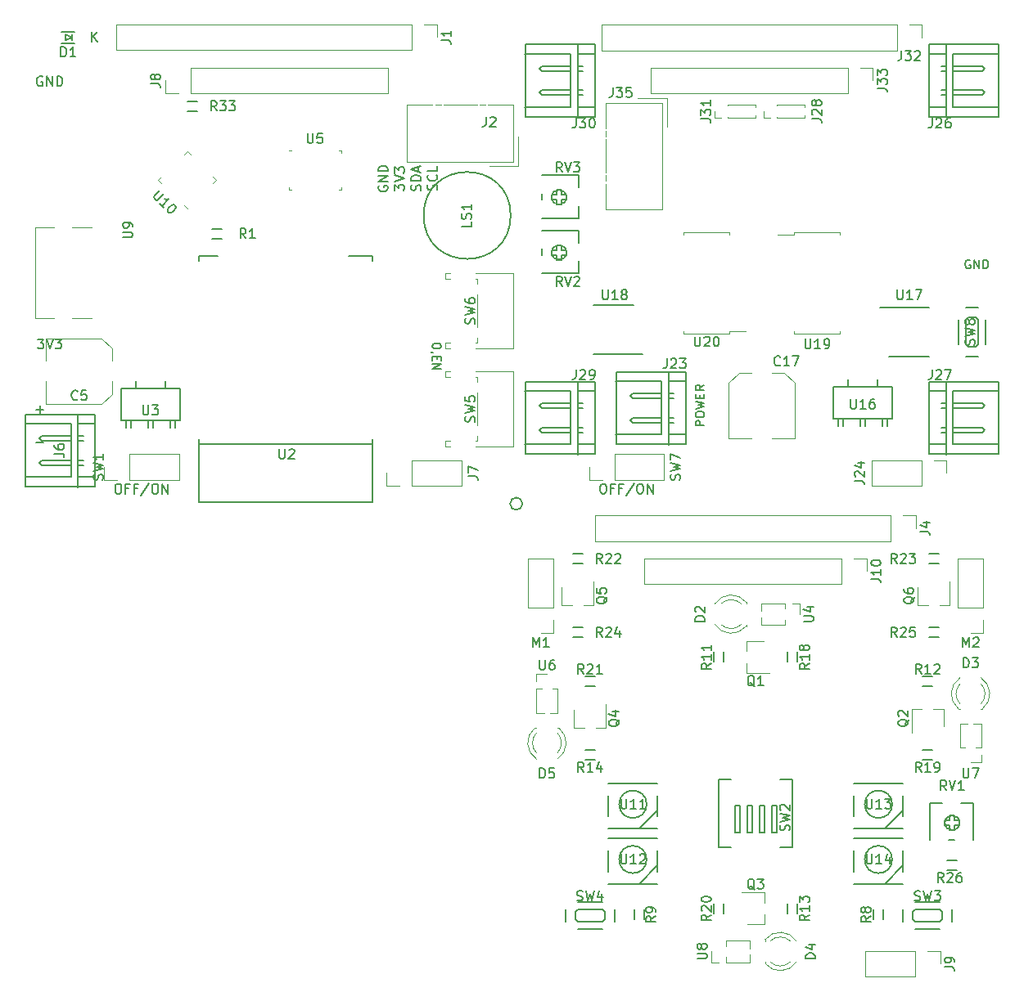
<source format=gto>
G04 #@! TF.GenerationSoftware,KiCad,Pcbnew,(5.1.5)-3*
G04 #@! TF.CreationDate,2021-04-21T21:21:50+09:00*
G04 #@! TF.ProjectId,animacySwarmRobotics,616e696d-6163-4795-9377-61726d526f62,rev?*
G04 #@! TF.SameCoordinates,Original*
G04 #@! TF.FileFunction,Legend,Top*
G04 #@! TF.FilePolarity,Positive*
%FSLAX46Y46*%
G04 Gerber Fmt 4.6, Leading zero omitted, Abs format (unit mm)*
G04 Created by KiCad (PCBNEW (5.1.5)-3) date 2021-04-21 21:21:50*
%MOMM*%
%LPD*%
G04 APERTURE LIST*
%ADD10C,0.200000*%
%ADD11C,0.150000*%
%ADD12C,0.120000*%
G04 APERTURE END LIST*
D10*
X104156190Y-98282380D02*
X104346666Y-98282380D01*
X104441904Y-98330000D01*
X104537142Y-98425238D01*
X104584761Y-98615714D01*
X104584761Y-98949047D01*
X104537142Y-99139523D01*
X104441904Y-99234761D01*
X104346666Y-99282380D01*
X104156190Y-99282380D01*
X104060952Y-99234761D01*
X103965714Y-99139523D01*
X103918095Y-98949047D01*
X103918095Y-98615714D01*
X103965714Y-98425238D01*
X104060952Y-98330000D01*
X104156190Y-98282380D01*
X105346666Y-98758571D02*
X105013333Y-98758571D01*
X105013333Y-99282380D02*
X105013333Y-98282380D01*
X105489523Y-98282380D01*
X106203809Y-98758571D02*
X105870476Y-98758571D01*
X105870476Y-99282380D02*
X105870476Y-98282380D01*
X106346666Y-98282380D01*
X107441904Y-98234761D02*
X106584761Y-99520476D01*
X107965714Y-98282380D02*
X108156190Y-98282380D01*
X108251428Y-98330000D01*
X108346666Y-98425238D01*
X108394285Y-98615714D01*
X108394285Y-98949047D01*
X108346666Y-99139523D01*
X108251428Y-99234761D01*
X108156190Y-99282380D01*
X107965714Y-99282380D01*
X107870476Y-99234761D01*
X107775238Y-99139523D01*
X107727619Y-98949047D01*
X107727619Y-98615714D01*
X107775238Y-98425238D01*
X107870476Y-98330000D01*
X107965714Y-98282380D01*
X108822857Y-99282380D02*
X108822857Y-98282380D01*
X109394285Y-99282380D01*
X109394285Y-98282380D01*
X45761904Y-83282380D02*
X46380952Y-83282380D01*
X46047619Y-83663333D01*
X46190476Y-83663333D01*
X46285714Y-83710952D01*
X46333333Y-83758571D01*
X46380952Y-83853809D01*
X46380952Y-84091904D01*
X46333333Y-84187142D01*
X46285714Y-84234761D01*
X46190476Y-84282380D01*
X45904761Y-84282380D01*
X45809523Y-84234761D01*
X45761904Y-84187142D01*
X46666666Y-83282380D02*
X47000000Y-84282380D01*
X47333333Y-83282380D01*
X47571428Y-83282380D02*
X48190476Y-83282380D01*
X47857142Y-83663333D01*
X48000000Y-83663333D01*
X48095238Y-83710952D01*
X48142857Y-83758571D01*
X48190476Y-83853809D01*
X48190476Y-84091904D01*
X48142857Y-84187142D01*
X48095238Y-84234761D01*
X48000000Y-84282380D01*
X47714285Y-84282380D01*
X47619047Y-84234761D01*
X47571428Y-84187142D01*
X46228095Y-56142000D02*
X46132857Y-56094380D01*
X45990000Y-56094380D01*
X45847142Y-56142000D01*
X45751904Y-56237238D01*
X45704285Y-56332476D01*
X45656666Y-56522952D01*
X45656666Y-56665809D01*
X45704285Y-56856285D01*
X45751904Y-56951523D01*
X45847142Y-57046761D01*
X45990000Y-57094380D01*
X46085238Y-57094380D01*
X46228095Y-57046761D01*
X46275714Y-56999142D01*
X46275714Y-56665809D01*
X46085238Y-56665809D01*
X46704285Y-57094380D02*
X46704285Y-56094380D01*
X47275714Y-57094380D01*
X47275714Y-56094380D01*
X47751904Y-57094380D02*
X47751904Y-56094380D01*
X47990000Y-56094380D01*
X48132857Y-56142000D01*
X48228095Y-56237238D01*
X48275714Y-56332476D01*
X48323333Y-56522952D01*
X48323333Y-56665809D01*
X48275714Y-56856285D01*
X48228095Y-56951523D01*
X48132857Y-57046761D01*
X47990000Y-57094380D01*
X47751904Y-57094380D01*
D11*
X114707142Y-92248571D02*
X113807142Y-92248571D01*
X113807142Y-91905714D01*
X113850000Y-91820000D01*
X113892857Y-91777142D01*
X113978571Y-91734285D01*
X114107142Y-91734285D01*
X114192857Y-91777142D01*
X114235714Y-91820000D01*
X114278571Y-91905714D01*
X114278571Y-92248571D01*
X113807142Y-91177142D02*
X113807142Y-91005714D01*
X113850000Y-90920000D01*
X113935714Y-90834285D01*
X114107142Y-90791428D01*
X114407142Y-90791428D01*
X114578571Y-90834285D01*
X114664285Y-90920000D01*
X114707142Y-91005714D01*
X114707142Y-91177142D01*
X114664285Y-91262857D01*
X114578571Y-91348571D01*
X114407142Y-91391428D01*
X114107142Y-91391428D01*
X113935714Y-91348571D01*
X113850000Y-91262857D01*
X113807142Y-91177142D01*
X113807142Y-90491428D02*
X114707142Y-90277142D01*
X114064285Y-90105714D01*
X114707142Y-89934285D01*
X113807142Y-89720000D01*
X114235714Y-89377142D02*
X114235714Y-89077142D01*
X114707142Y-88948571D02*
X114707142Y-89377142D01*
X113807142Y-89377142D01*
X113807142Y-88948571D01*
X114707142Y-88048571D02*
X114278571Y-88348571D01*
X114707142Y-88562857D02*
X113807142Y-88562857D01*
X113807142Y-88220000D01*
X113850000Y-88134285D01*
X113892857Y-88091428D01*
X113978571Y-88048571D01*
X114107142Y-88048571D01*
X114192857Y-88091428D01*
X114235714Y-88134285D01*
X114278571Y-88220000D01*
X114278571Y-88562857D01*
X87487857Y-83954285D02*
X87487857Y-84040000D01*
X87445000Y-84125714D01*
X87402142Y-84168571D01*
X87316428Y-84211428D01*
X87145000Y-84254285D01*
X86930714Y-84254285D01*
X86759285Y-84211428D01*
X86673571Y-84168571D01*
X86630714Y-84125714D01*
X86587857Y-84040000D01*
X86587857Y-83954285D01*
X86630714Y-83868571D01*
X86673571Y-83825714D01*
X86759285Y-83782857D01*
X86930714Y-83740000D01*
X87145000Y-83740000D01*
X87316428Y-83782857D01*
X87402142Y-83825714D01*
X87445000Y-83868571D01*
X87487857Y-83954285D01*
X86630714Y-84682857D02*
X86587857Y-84682857D01*
X86502142Y-84640000D01*
X86459285Y-84597142D01*
X87059285Y-85068571D02*
X87059285Y-85368571D01*
X86587857Y-85497142D02*
X86587857Y-85068571D01*
X87487857Y-85068571D01*
X87487857Y-85497142D01*
X86587857Y-85882857D02*
X87487857Y-85882857D01*
X86587857Y-86397142D01*
X87487857Y-86397142D01*
X142189285Y-75115000D02*
X142103571Y-75072142D01*
X141975000Y-75072142D01*
X141846428Y-75115000D01*
X141760714Y-75200714D01*
X141717857Y-75286428D01*
X141675000Y-75457857D01*
X141675000Y-75586428D01*
X141717857Y-75757857D01*
X141760714Y-75843571D01*
X141846428Y-75929285D01*
X141975000Y-75972142D01*
X142060714Y-75972142D01*
X142189285Y-75929285D01*
X142232142Y-75886428D01*
X142232142Y-75586428D01*
X142060714Y-75586428D01*
X142617857Y-75972142D02*
X142617857Y-75072142D01*
X143132142Y-75972142D01*
X143132142Y-75072142D01*
X143560714Y-75972142D02*
X143560714Y-75072142D01*
X143775000Y-75072142D01*
X143903571Y-75115000D01*
X143989285Y-75200714D01*
X144032142Y-75286428D01*
X144075000Y-75457857D01*
X144075000Y-75586428D01*
X144032142Y-75757857D01*
X143989285Y-75843571D01*
X143903571Y-75929285D01*
X143775000Y-75972142D01*
X143560714Y-75972142D01*
D10*
X45593047Y-90573428D02*
X46354952Y-90573428D01*
X45974000Y-90954380D02*
X45974000Y-90192476D01*
X45593047Y-93973428D02*
X46354952Y-93973428D01*
X53991190Y-98282380D02*
X54181666Y-98282380D01*
X54276904Y-98330000D01*
X54372142Y-98425238D01*
X54419761Y-98615714D01*
X54419761Y-98949047D01*
X54372142Y-99139523D01*
X54276904Y-99234761D01*
X54181666Y-99282380D01*
X53991190Y-99282380D01*
X53895952Y-99234761D01*
X53800714Y-99139523D01*
X53753095Y-98949047D01*
X53753095Y-98615714D01*
X53800714Y-98425238D01*
X53895952Y-98330000D01*
X53991190Y-98282380D01*
X55181666Y-98758571D02*
X54848333Y-98758571D01*
X54848333Y-99282380D02*
X54848333Y-98282380D01*
X55324523Y-98282380D01*
X56038809Y-98758571D02*
X55705476Y-98758571D01*
X55705476Y-99282380D02*
X55705476Y-98282380D01*
X56181666Y-98282380D01*
X57276904Y-98234761D02*
X56419761Y-99520476D01*
X57800714Y-98282380D02*
X57991190Y-98282380D01*
X58086428Y-98330000D01*
X58181666Y-98425238D01*
X58229285Y-98615714D01*
X58229285Y-98949047D01*
X58181666Y-99139523D01*
X58086428Y-99234761D01*
X57991190Y-99282380D01*
X57800714Y-99282380D01*
X57705476Y-99234761D01*
X57610238Y-99139523D01*
X57562619Y-98949047D01*
X57562619Y-98615714D01*
X57610238Y-98425238D01*
X57705476Y-98330000D01*
X57800714Y-98282380D01*
X58657857Y-99282380D02*
X58657857Y-98282380D01*
X59229285Y-99282380D01*
X59229285Y-98282380D01*
X81024000Y-67436904D02*
X80976380Y-67532142D01*
X80976380Y-67675000D01*
X81024000Y-67817857D01*
X81119238Y-67913095D01*
X81214476Y-67960714D01*
X81404952Y-68008333D01*
X81547809Y-68008333D01*
X81738285Y-67960714D01*
X81833523Y-67913095D01*
X81928761Y-67817857D01*
X81976380Y-67675000D01*
X81976380Y-67579761D01*
X81928761Y-67436904D01*
X81881142Y-67389285D01*
X81547809Y-67389285D01*
X81547809Y-67579761D01*
X81976380Y-66960714D02*
X80976380Y-66960714D01*
X81976380Y-66389285D01*
X80976380Y-66389285D01*
X81976380Y-65913095D02*
X80976380Y-65913095D01*
X80976380Y-65675000D01*
X81024000Y-65532142D01*
X81119238Y-65436904D01*
X81214476Y-65389285D01*
X81404952Y-65341666D01*
X81547809Y-65341666D01*
X81738285Y-65389285D01*
X81833523Y-65436904D01*
X81928761Y-65532142D01*
X81976380Y-65675000D01*
X81976380Y-65913095D01*
X82676380Y-67913095D02*
X82676380Y-67294047D01*
X83057333Y-67627380D01*
X83057333Y-67484523D01*
X83104952Y-67389285D01*
X83152571Y-67341666D01*
X83247809Y-67294047D01*
X83485904Y-67294047D01*
X83581142Y-67341666D01*
X83628761Y-67389285D01*
X83676380Y-67484523D01*
X83676380Y-67770238D01*
X83628761Y-67865476D01*
X83581142Y-67913095D01*
X82676380Y-67008333D02*
X83676380Y-66675000D01*
X82676380Y-66341666D01*
X82676380Y-66103571D02*
X82676380Y-65484523D01*
X83057333Y-65817857D01*
X83057333Y-65675000D01*
X83104952Y-65579761D01*
X83152571Y-65532142D01*
X83247809Y-65484523D01*
X83485904Y-65484523D01*
X83581142Y-65532142D01*
X83628761Y-65579761D01*
X83676380Y-65675000D01*
X83676380Y-65960714D01*
X83628761Y-66055952D01*
X83581142Y-66103571D01*
X85328761Y-67889285D02*
X85376380Y-67746428D01*
X85376380Y-67508333D01*
X85328761Y-67413095D01*
X85281142Y-67365476D01*
X85185904Y-67317857D01*
X85090666Y-67317857D01*
X84995428Y-67365476D01*
X84947809Y-67413095D01*
X84900190Y-67508333D01*
X84852571Y-67698809D01*
X84804952Y-67794047D01*
X84757333Y-67841666D01*
X84662095Y-67889285D01*
X84566857Y-67889285D01*
X84471619Y-67841666D01*
X84424000Y-67794047D01*
X84376380Y-67698809D01*
X84376380Y-67460714D01*
X84424000Y-67317857D01*
X85376380Y-66889285D02*
X84376380Y-66889285D01*
X84376380Y-66651190D01*
X84424000Y-66508333D01*
X84519238Y-66413095D01*
X84614476Y-66365476D01*
X84804952Y-66317857D01*
X84947809Y-66317857D01*
X85138285Y-66365476D01*
X85233523Y-66413095D01*
X85328761Y-66508333D01*
X85376380Y-66651190D01*
X85376380Y-66889285D01*
X85090666Y-65936904D02*
X85090666Y-65460714D01*
X85376380Y-66032142D02*
X84376380Y-65698809D01*
X85376380Y-65365476D01*
X87028761Y-67865476D02*
X87076380Y-67722619D01*
X87076380Y-67484523D01*
X87028761Y-67389285D01*
X86981142Y-67341666D01*
X86885904Y-67294047D01*
X86790666Y-67294047D01*
X86695428Y-67341666D01*
X86647809Y-67389285D01*
X86600190Y-67484523D01*
X86552571Y-67675000D01*
X86504952Y-67770238D01*
X86457333Y-67817857D01*
X86362095Y-67865476D01*
X86266857Y-67865476D01*
X86171619Y-67817857D01*
X86124000Y-67770238D01*
X86076380Y-67675000D01*
X86076380Y-67436904D01*
X86124000Y-67294047D01*
X86981142Y-66294047D02*
X87028761Y-66341666D01*
X87076380Y-66484523D01*
X87076380Y-66579761D01*
X87028761Y-66722619D01*
X86933523Y-66817857D01*
X86838285Y-66865476D01*
X86647809Y-66913095D01*
X86504952Y-66913095D01*
X86314476Y-66865476D01*
X86219238Y-66817857D01*
X86124000Y-66722619D01*
X86076380Y-66579761D01*
X86076380Y-66484523D01*
X86124000Y-66341666D01*
X86171619Y-66294047D01*
X87076380Y-65389285D02*
X87076380Y-65865476D01*
X86076380Y-65865476D01*
X95885000Y-100330000D02*
G75*
G03X95885000Y-100330000I-635000J0D01*
G01*
D11*
X139700000Y-52705000D02*
X139700000Y-60325000D01*
X139180000Y-58015000D02*
X139430000Y-58015000D01*
X139680000Y-58015000D02*
X139430000Y-58015000D01*
X139680000Y-57515000D02*
X139180000Y-57515000D01*
X139680000Y-55515000D02*
X139180000Y-55515000D01*
X139430000Y-55015000D02*
X139180000Y-55015000D01*
X139430000Y-55015000D02*
X139680000Y-55015000D01*
X139680000Y-59265000D02*
X137930000Y-59265000D01*
X139680000Y-53765000D02*
X137930000Y-53765000D01*
X143430000Y-55015000D02*
X143680000Y-55265000D01*
X143680000Y-55265000D02*
X143430000Y-55515000D01*
X140430000Y-57515000D02*
X143430000Y-57515000D01*
X143430000Y-57515000D02*
X143680000Y-57765000D01*
X143680000Y-57765000D02*
X143430000Y-58015000D01*
X143430000Y-58015000D02*
X140430000Y-58015000D01*
X140430000Y-55515000D02*
X143430000Y-55515000D01*
X140430000Y-55015000D02*
X143430000Y-55015000D01*
X140430000Y-58765000D02*
X140430000Y-59265000D01*
X140430000Y-59265000D02*
X145180000Y-59265000D01*
X144430000Y-53765000D02*
X145180000Y-53765000D01*
X140430000Y-53765000D02*
X140430000Y-58765000D01*
X140430000Y-53765000D02*
X144430000Y-53765000D01*
X137930000Y-60265000D02*
X138430000Y-60265000D01*
X138430000Y-52765000D02*
X138230000Y-52765000D01*
X138230000Y-52765000D02*
X137930000Y-52765000D01*
X137930000Y-60265000D02*
X137930000Y-52765000D01*
X138430000Y-52765000D02*
X145130000Y-52765000D01*
X145130000Y-52765000D02*
X145130000Y-53765000D01*
X145130000Y-58865000D02*
X145130000Y-59065000D01*
X145130000Y-59065000D02*
X145130000Y-60265000D01*
X138430000Y-60265000D02*
X139630000Y-60265000D01*
X139630000Y-60265000D02*
X145130000Y-60265000D01*
X145130000Y-53765000D02*
X145130000Y-58965000D01*
X145130000Y-54965000D02*
X145130000Y-55265000D01*
X101710000Y-67580000D02*
X101710000Y-66310000D01*
X101710000Y-66310000D02*
X97900000Y-66310000D01*
X101710000Y-70120000D02*
X101710000Y-69485000D01*
X101710000Y-69485000D02*
X101710000Y-70120000D01*
X101710000Y-70120000D02*
X101710000Y-70755000D01*
X101710000Y-70755000D02*
X97900000Y-70755000D01*
X97900000Y-68215000D02*
X97900000Y-68850000D01*
X99424000Y-68342000D02*
X98916000Y-68342000D01*
X98916000Y-68342000D02*
X98916000Y-68850000D01*
X98916000Y-68850000D02*
X99424000Y-68850000D01*
X99424000Y-68850000D02*
X99424000Y-69358000D01*
X99424000Y-69358000D02*
X99932000Y-69358000D01*
X99932000Y-69358000D02*
X99932000Y-68850000D01*
X99932000Y-68850000D02*
X100440000Y-68850000D01*
X100440000Y-68850000D02*
X100440000Y-68342000D01*
X100440000Y-68342000D02*
X99932000Y-68342000D01*
X99932000Y-68342000D02*
X99932000Y-67834000D01*
X99424000Y-68342000D02*
X99424000Y-67834000D01*
X99932000Y-67834000D02*
X99424000Y-67834000D01*
X100440000Y-68596000D02*
G75*
G03X100440000Y-68596000I-762000J0D01*
G01*
X101710000Y-73295000D02*
X101710000Y-72025000D01*
X101710000Y-72025000D02*
X97900000Y-72025000D01*
X101710000Y-75835000D02*
X101710000Y-75200000D01*
X101710000Y-75200000D02*
X101710000Y-75835000D01*
X101710000Y-75835000D02*
X101710000Y-76470000D01*
X101710000Y-76470000D02*
X97900000Y-76470000D01*
X97900000Y-73930000D02*
X97900000Y-74565000D01*
X99424000Y-74057000D02*
X98916000Y-74057000D01*
X98916000Y-74057000D02*
X98916000Y-74565000D01*
X98916000Y-74565000D02*
X99424000Y-74565000D01*
X99424000Y-74565000D02*
X99424000Y-75073000D01*
X99424000Y-75073000D02*
X99932000Y-75073000D01*
X99932000Y-75073000D02*
X99932000Y-74565000D01*
X99932000Y-74565000D02*
X100440000Y-74565000D01*
X100440000Y-74565000D02*
X100440000Y-74057000D01*
X100440000Y-74057000D02*
X99932000Y-74057000D01*
X99932000Y-74057000D02*
X99932000Y-73549000D01*
X99424000Y-74057000D02*
X99424000Y-73549000D01*
X99932000Y-73549000D02*
X99424000Y-73549000D01*
X100440000Y-74311000D02*
G75*
G03X100440000Y-74311000I-762000J0D01*
G01*
D12*
X45503000Y-71754000D02*
X45503000Y-81154000D01*
X51303000Y-81154000D02*
X49303000Y-81154000D01*
X47403000Y-81154000D02*
X45503000Y-81154000D01*
X51303000Y-71754000D02*
X49303000Y-71754000D01*
X47403000Y-71754000D02*
X45503000Y-71754000D01*
X77132000Y-63776000D02*
X77132000Y-64036000D01*
X77132000Y-63776000D02*
X76872000Y-63776000D01*
X77132000Y-67796000D02*
X77132000Y-67536000D01*
X77132000Y-67796000D02*
X76872000Y-67796000D01*
X71712000Y-63776000D02*
X71972000Y-63776000D01*
X71712000Y-67796000D02*
X71712000Y-67536000D01*
X71712000Y-67796000D02*
X71972000Y-67796000D01*
X58565885Y-67137876D02*
X58230009Y-66802000D01*
X58230009Y-66802000D02*
X58565885Y-66466124D01*
X63862115Y-66466124D02*
X64197991Y-66802000D01*
X64197991Y-66802000D02*
X63862115Y-67137876D01*
X61549876Y-64153885D02*
X61214000Y-63818009D01*
X61214000Y-63818009D02*
X60878124Y-64153885D01*
X60878124Y-69450115D02*
X61214000Y-69785991D01*
X52645000Y-97850000D02*
X52645000Y-96520000D01*
X53975000Y-97850000D02*
X52645000Y-97850000D01*
X55245000Y-97850000D02*
X55245000Y-95190000D01*
X55245000Y-95190000D02*
X60385000Y-95190000D01*
X55245000Y-97850000D02*
X60385000Y-97850000D01*
X60385000Y-97850000D02*
X60385000Y-95190000D01*
D11*
X44500000Y-96379000D02*
X44500000Y-96079000D01*
X44500000Y-97579000D02*
X44500000Y-92379000D01*
X50000000Y-91079000D02*
X44500000Y-91079000D01*
X51200000Y-91079000D02*
X50000000Y-91079000D01*
X44500000Y-92279000D02*
X44500000Y-91079000D01*
X44500000Y-92479000D02*
X44500000Y-92279000D01*
X44500000Y-98579000D02*
X44500000Y-97579000D01*
X51200000Y-98579000D02*
X44500000Y-98579000D01*
X51700000Y-91079000D02*
X51700000Y-98579000D01*
X51400000Y-98579000D02*
X51700000Y-98579000D01*
X51200000Y-98579000D02*
X51400000Y-98579000D01*
X51700000Y-91079000D02*
X51200000Y-91079000D01*
X49200000Y-97579000D02*
X45200000Y-97579000D01*
X49200000Y-97579000D02*
X49200000Y-92579000D01*
X45200000Y-97579000D02*
X44450000Y-97579000D01*
X49200000Y-92079000D02*
X44450000Y-92079000D01*
X49200000Y-92579000D02*
X49200000Y-92079000D01*
X49200000Y-96329000D02*
X46200000Y-96329000D01*
X49200000Y-95829000D02*
X46200000Y-95829000D01*
X46200000Y-93329000D02*
X49200000Y-93329000D01*
X45950000Y-93579000D02*
X46200000Y-93329000D01*
X46200000Y-93829000D02*
X45950000Y-93579000D01*
X49200000Y-93829000D02*
X46200000Y-93829000D01*
X45950000Y-96079000D02*
X46200000Y-95829000D01*
X46200000Y-96329000D02*
X45950000Y-96079000D01*
X49950000Y-97579000D02*
X51700000Y-97579000D01*
X49950000Y-92079000D02*
X51700000Y-92079000D01*
X50200000Y-96329000D02*
X49950000Y-96329000D01*
X50200000Y-96329000D02*
X50450000Y-96329000D01*
X49950000Y-95829000D02*
X50450000Y-95829000D01*
X49950000Y-93829000D02*
X50450000Y-93829000D01*
X49950000Y-93329000D02*
X50200000Y-93329000D01*
X50450000Y-93329000D02*
X50200000Y-93329000D01*
X49930000Y-98639000D02*
X49930000Y-91019000D01*
X94670000Y-70485000D02*
G75*
G03X94670000Y-70485000I-4500000J0D01*
G01*
X63773000Y-71882000D02*
X64789000Y-71882000D01*
X64789000Y-72898000D02*
X63773000Y-72898000D01*
X123825000Y-128905000D02*
X122555000Y-128905000D01*
X123825000Y-135890000D02*
X123825000Y-128905000D01*
X122555000Y-135890000D02*
X123825000Y-135890000D01*
X116205000Y-135890000D02*
X117475000Y-135890000D01*
X116205000Y-128905000D02*
X116205000Y-135890000D01*
X117475000Y-128905000D02*
X116205000Y-128905000D01*
X122174000Y-131572000D02*
X122174000Y-134366000D01*
X121666000Y-131572000D02*
X122174000Y-131572000D01*
X121666000Y-134366000D02*
X121666000Y-131572000D01*
X122174000Y-134366000D02*
X121666000Y-134366000D01*
X120904000Y-131572000D02*
X120904000Y-134366000D01*
X120396000Y-131572000D02*
X120904000Y-131572000D01*
X120396000Y-134366000D02*
X120396000Y-131572000D01*
X120904000Y-134366000D02*
X120396000Y-134366000D01*
X119634000Y-131572000D02*
X119634000Y-134366000D01*
X119126000Y-131572000D02*
X119634000Y-131572000D01*
X119126000Y-134366000D02*
X119126000Y-131572000D01*
X119634000Y-134366000D02*
X119126000Y-134366000D01*
X118364000Y-131572000D02*
X118364000Y-134366000D01*
X117856000Y-131572000D02*
X118364000Y-131572000D01*
X117856000Y-134366000D02*
X117856000Y-131572000D01*
X118364000Y-134366000D02*
X117856000Y-134366000D01*
X136525000Y-142367000D02*
X136271000Y-142621000D01*
X139065000Y-142367000D02*
X136525000Y-142367000D01*
X139319000Y-142621000D02*
X139065000Y-142367000D01*
X139319000Y-143383000D02*
X139319000Y-142621000D01*
X139065000Y-143637000D02*
X139319000Y-143383000D01*
X136525000Y-143637000D02*
X139065000Y-143637000D01*
X136271000Y-143383000D02*
X136525000Y-143637000D01*
X136271000Y-142621000D02*
X136271000Y-143383000D01*
X140335000Y-142367000D02*
X140335000Y-143637000D01*
X139065000Y-141605000D02*
X136525000Y-141605000D01*
X136525000Y-144399000D02*
X139065000Y-144399000D01*
X135255000Y-142367000D02*
X135255000Y-143637000D01*
X101600000Y-142367000D02*
X101346000Y-142621000D01*
X104140000Y-142367000D02*
X101600000Y-142367000D01*
X104394000Y-142621000D02*
X104140000Y-142367000D01*
X104394000Y-143383000D02*
X104394000Y-142621000D01*
X104140000Y-143637000D02*
X104394000Y-143383000D01*
X101600000Y-143637000D02*
X104140000Y-143637000D01*
X101346000Y-143383000D02*
X101600000Y-143637000D01*
X101346000Y-142621000D02*
X101346000Y-143383000D01*
X105410000Y-142367000D02*
X105410000Y-143637000D01*
X104140000Y-141605000D02*
X101600000Y-141605000D01*
X101600000Y-144399000D02*
X104140000Y-144399000D01*
X100330000Y-142367000D02*
X100330000Y-143637000D01*
X55372000Y-92441200D02*
X55372000Y-91679200D01*
X54864000Y-91679200D02*
X54864000Y-92441200D01*
X57150000Y-91679200D02*
X57150000Y-92441200D01*
X55372000Y-91679200D02*
X57150000Y-91679200D01*
X59436000Y-91679200D02*
X59436000Y-92441200D01*
X57658000Y-91679200D02*
X59436000Y-91679200D01*
X57658000Y-92441200D02*
X57658000Y-91679200D01*
X59944000Y-91679200D02*
X60452000Y-91679200D01*
X59944000Y-92441200D02*
X59944000Y-91679200D01*
X54864000Y-91679200D02*
X54356000Y-91679200D01*
X54864000Y-91679200D02*
X59944000Y-91679200D01*
X54356000Y-88377200D02*
X54356000Y-91679200D01*
X60452000Y-88377200D02*
X54356000Y-88377200D01*
X60452000Y-91679200D02*
X60452000Y-88377200D01*
X55880000Y-88377200D02*
X55880000Y-87615200D01*
X58928000Y-87869200D02*
X58928000Y-88377200D01*
X58928000Y-87869200D02*
X58928000Y-87615200D01*
X80391000Y-74670000D02*
X80391000Y-75170000D01*
X77891000Y-74670000D02*
X80391000Y-74670000D01*
X62391000Y-74670000D02*
X62391000Y-75170000D01*
X64391000Y-74670000D02*
X62391000Y-74670000D01*
X80391000Y-94170000D02*
X80391000Y-93670000D01*
X62391000Y-94170000D02*
X80391000Y-94170000D01*
X62391000Y-93670000D02*
X62391000Y-94170000D01*
X62391000Y-100170000D02*
X62391000Y-94170000D01*
X80391000Y-100170000D02*
X62391000Y-100170000D01*
X80391000Y-94170000D02*
X80391000Y-100170000D01*
D12*
X87055000Y-50700000D02*
X87055000Y-52030000D01*
X85725000Y-50700000D02*
X87055000Y-50700000D01*
X84455000Y-50700000D02*
X84455000Y-53360000D01*
X84455000Y-53360000D02*
X53915000Y-53360000D01*
X84455000Y-50700000D02*
X53915000Y-50700000D01*
X53915000Y-50700000D02*
X53915000Y-53360000D01*
X86556000Y-59057000D02*
X83906000Y-59057000D01*
X94956000Y-59057000D02*
X92306000Y-59057000D01*
X83906000Y-59057000D02*
X83906000Y-64907000D01*
X91206000Y-59057000D02*
X87706000Y-59057000D01*
X94956000Y-59057000D02*
X94956000Y-64907000D01*
X94956000Y-64907000D02*
X83906000Y-64907000D01*
X92056000Y-59057000D02*
X91456000Y-59057000D01*
X87456000Y-59057000D02*
X86856000Y-59057000D01*
X95456000Y-62357000D02*
X95456000Y-65357000D01*
X95456000Y-65357000D02*
X92456000Y-65357000D01*
X58995000Y-57845000D02*
X58995000Y-56515000D01*
X60325000Y-57845000D02*
X58995000Y-57845000D01*
X61595000Y-57845000D02*
X61595000Y-55185000D01*
X61595000Y-55185000D02*
X81975000Y-55185000D01*
X61595000Y-57845000D02*
X81975000Y-57845000D01*
X81975000Y-57845000D02*
X81975000Y-55185000D01*
X91232000Y-88815000D02*
X91232000Y-92215000D01*
X91232000Y-87175000D02*
X91232000Y-87715000D01*
X88402000Y-94375000D02*
X87892000Y-94375000D01*
X87892000Y-93855000D02*
X87892000Y-94375000D01*
X88402000Y-93855000D02*
X87892000Y-93855000D01*
X91232000Y-93315000D02*
X91232000Y-93855000D01*
X88402000Y-86655000D02*
X87892000Y-86655000D01*
X88402000Y-87175000D02*
X87892000Y-87175000D01*
X91232000Y-93855000D02*
X91002000Y-93855000D01*
X94902000Y-86655000D02*
X91002000Y-86655000D01*
X87892000Y-86655000D02*
X87892000Y-87175000D01*
X94902000Y-94375000D02*
X91002000Y-94375000D01*
X94902000Y-86655000D02*
X94902000Y-94375000D01*
X91232000Y-87175000D02*
X91002000Y-87175000D01*
X91232000Y-78655000D02*
X91232000Y-82055000D01*
X91232000Y-77015000D02*
X91232000Y-77555000D01*
X88402000Y-84215000D02*
X87892000Y-84215000D01*
X87892000Y-83695000D02*
X87892000Y-84215000D01*
X88402000Y-83695000D02*
X87892000Y-83695000D01*
X91232000Y-83155000D02*
X91232000Y-83695000D01*
X88402000Y-76495000D02*
X87892000Y-76495000D01*
X88402000Y-77015000D02*
X87892000Y-77015000D01*
X91232000Y-83695000D02*
X91002000Y-83695000D01*
X94902000Y-76495000D02*
X91002000Y-76495000D01*
X87892000Y-76495000D02*
X87892000Y-77015000D01*
X94902000Y-84215000D02*
X91002000Y-84215000D01*
X94902000Y-76495000D02*
X94902000Y-84215000D01*
X91232000Y-77015000D02*
X91002000Y-77015000D01*
D11*
X49295000Y-52370000D02*
X49295000Y-51770000D01*
X49595000Y-52670000D02*
X48195000Y-52670000D01*
X48195000Y-51470000D02*
X49595000Y-51470000D01*
X49295000Y-52070000D02*
X48595000Y-52370000D01*
X48595000Y-52370000D02*
X48595000Y-51770000D01*
X48595000Y-51770000D02*
X49295000Y-52070000D01*
D12*
X115802665Y-112838608D02*
G75*
G03X119035000Y-112995516I1672335J1078608D01*
G01*
X115802665Y-110681392D02*
G75*
G02X119035000Y-110524484I1672335J-1078608D01*
G01*
X116433870Y-112839837D02*
G75*
G03X118515961Y-112840000I1041130J1079837D01*
G01*
X116433870Y-110680163D02*
G75*
G02X118515961Y-110680000I1041130J-1079837D01*
G01*
X119035000Y-112996000D02*
X119035000Y-112840000D01*
X119035000Y-110680000D02*
X119035000Y-110524000D01*
X143320000Y-121575000D02*
X143476000Y-121575000D01*
X141004000Y-121575000D02*
X141160000Y-121575000D01*
X143319837Y-118973870D02*
G75*
G02X143320000Y-121055961I-1079837J-1041130D01*
G01*
X141160163Y-118973870D02*
G75*
G03X141160000Y-121055961I1079837J-1041130D01*
G01*
X143318608Y-118342665D02*
G75*
G02X143475516Y-121575000I-1078608J-1672335D01*
G01*
X141161392Y-118342665D02*
G75*
G03X141004484Y-121575000I1078608J-1672335D01*
G01*
X124227335Y-145606392D02*
G75*
G03X120995000Y-145449484I-1672335J-1078608D01*
G01*
X124227335Y-147763608D02*
G75*
G02X120995000Y-147920516I-1672335J1078608D01*
G01*
X123596130Y-145605163D02*
G75*
G03X121514039Y-145605000I-1041130J-1079837D01*
G01*
X123596130Y-147764837D02*
G75*
G02X121514039Y-147765000I-1041130J1079837D01*
G01*
X120995000Y-145449000D02*
X120995000Y-145605000D01*
X120995000Y-147765000D02*
X120995000Y-147921000D01*
X97345000Y-123535000D02*
X97189000Y-123535000D01*
X99661000Y-123535000D02*
X99505000Y-123535000D01*
X97345163Y-126136130D02*
G75*
G02X97345000Y-124054039I1079837J1041130D01*
G01*
X99504837Y-126136130D02*
G75*
G03X99505000Y-124054039I-1079837J1041130D01*
G01*
X97346392Y-126767335D02*
G75*
G02X97189484Y-123535000I1078608J1672335D01*
G01*
X99503608Y-126767335D02*
G75*
G03X99660516Y-123535000I-1078608J1672335D01*
G01*
X103445000Y-101540000D02*
X103445000Y-104200000D01*
X133985000Y-101540000D02*
X103445000Y-101540000D01*
X133985000Y-104200000D02*
X103445000Y-104200000D01*
X133985000Y-101540000D02*
X133985000Y-104200000D01*
X135255000Y-101540000D02*
X136585000Y-101540000D01*
X136585000Y-101540000D02*
X136585000Y-102870000D01*
X81855000Y-98485000D02*
X81855000Y-97155000D01*
X83185000Y-98485000D02*
X81855000Y-98485000D01*
X84455000Y-98485000D02*
X84455000Y-95825000D01*
X84455000Y-95825000D02*
X89595000Y-95825000D01*
X84455000Y-98485000D02*
X89595000Y-98485000D01*
X89595000Y-98485000D02*
X89595000Y-95825000D01*
X131385000Y-146625000D02*
X131385000Y-149285000D01*
X136525000Y-146625000D02*
X131385000Y-146625000D01*
X136525000Y-149285000D02*
X131385000Y-149285000D01*
X136525000Y-146625000D02*
X136525000Y-149285000D01*
X137795000Y-146625000D02*
X139125000Y-146625000D01*
X139125000Y-146625000D02*
X139125000Y-147955000D01*
X108525000Y-105985000D02*
X108525000Y-108645000D01*
X128905000Y-105985000D02*
X108525000Y-105985000D01*
X128905000Y-108645000D02*
X108525000Y-108645000D01*
X128905000Y-105985000D02*
X128905000Y-108645000D01*
X130175000Y-105985000D02*
X131505000Y-105985000D01*
X131505000Y-105985000D02*
X131505000Y-107315000D01*
D11*
X105568000Y-91974000D02*
X105568000Y-91674000D01*
X105568000Y-93174000D02*
X105568000Y-87974000D01*
X111068000Y-86674000D02*
X105568000Y-86674000D01*
X112268000Y-86674000D02*
X111068000Y-86674000D01*
X105568000Y-87874000D02*
X105568000Y-86674000D01*
X105568000Y-88074000D02*
X105568000Y-87874000D01*
X105568000Y-94174000D02*
X105568000Y-93174000D01*
X112268000Y-94174000D02*
X105568000Y-94174000D01*
X112768000Y-86674000D02*
X112768000Y-94174000D01*
X112468000Y-94174000D02*
X112768000Y-94174000D01*
X112268000Y-94174000D02*
X112468000Y-94174000D01*
X112768000Y-86674000D02*
X112268000Y-86674000D01*
X110268000Y-93174000D02*
X106268000Y-93174000D01*
X110268000Y-93174000D02*
X110268000Y-88174000D01*
X106268000Y-93174000D02*
X105518000Y-93174000D01*
X110268000Y-87674000D02*
X105518000Y-87674000D01*
X110268000Y-88174000D02*
X110268000Y-87674000D01*
X110268000Y-91924000D02*
X107268000Y-91924000D01*
X110268000Y-91424000D02*
X107268000Y-91424000D01*
X107268000Y-88924000D02*
X110268000Y-88924000D01*
X107018000Y-89174000D02*
X107268000Y-88924000D01*
X107268000Y-89424000D02*
X107018000Y-89174000D01*
X110268000Y-89424000D02*
X107268000Y-89424000D01*
X107018000Y-91674000D02*
X107268000Y-91424000D01*
X107268000Y-91924000D02*
X107018000Y-91674000D01*
X111018000Y-93174000D02*
X112768000Y-93174000D01*
X111018000Y-87674000D02*
X112768000Y-87674000D01*
X111268000Y-91924000D02*
X111018000Y-91924000D01*
X111268000Y-91924000D02*
X111518000Y-91924000D01*
X111018000Y-91424000D02*
X111518000Y-91424000D01*
X111018000Y-89424000D02*
X111518000Y-89424000D01*
X111018000Y-88924000D02*
X111268000Y-88924000D01*
X111518000Y-88924000D02*
X111268000Y-88924000D01*
X110998000Y-94234000D02*
X110998000Y-86614000D01*
D12*
X139760000Y-95825000D02*
X139760000Y-97155000D01*
X138430000Y-95825000D02*
X139760000Y-95825000D01*
X137160000Y-95825000D02*
X137160000Y-98485000D01*
X137160000Y-98485000D02*
X132020000Y-98485000D01*
X137160000Y-95825000D02*
X132020000Y-95825000D01*
X132020000Y-95825000D02*
X132020000Y-98485000D01*
D11*
X145130000Y-89890000D02*
X145130000Y-90190000D01*
X145130000Y-88690000D02*
X145130000Y-93890000D01*
X139630000Y-95190000D02*
X145130000Y-95190000D01*
X138430000Y-95190000D02*
X139630000Y-95190000D01*
X145130000Y-93990000D02*
X145130000Y-95190000D01*
X145130000Y-93790000D02*
X145130000Y-93990000D01*
X145130000Y-87690000D02*
X145130000Y-88690000D01*
X138430000Y-87690000D02*
X145130000Y-87690000D01*
X137930000Y-95190000D02*
X137930000Y-87690000D01*
X138230000Y-87690000D02*
X137930000Y-87690000D01*
X138430000Y-87690000D02*
X138230000Y-87690000D01*
X137930000Y-95190000D02*
X138430000Y-95190000D01*
X140430000Y-88690000D02*
X144430000Y-88690000D01*
X140430000Y-88690000D02*
X140430000Y-93690000D01*
X144430000Y-88690000D02*
X145180000Y-88690000D01*
X140430000Y-94190000D02*
X145180000Y-94190000D01*
X140430000Y-93690000D02*
X140430000Y-94190000D01*
X140430000Y-89940000D02*
X143430000Y-89940000D01*
X140430000Y-90440000D02*
X143430000Y-90440000D01*
X143430000Y-92940000D02*
X140430000Y-92940000D01*
X143680000Y-92690000D02*
X143430000Y-92940000D01*
X143430000Y-92440000D02*
X143680000Y-92690000D01*
X140430000Y-92440000D02*
X143430000Y-92440000D01*
X143680000Y-90190000D02*
X143430000Y-90440000D01*
X143430000Y-89940000D02*
X143680000Y-90190000D01*
X139680000Y-88690000D02*
X137930000Y-88690000D01*
X139680000Y-94190000D02*
X137930000Y-94190000D01*
X139430000Y-89940000D02*
X139680000Y-89940000D01*
X139430000Y-89940000D02*
X139180000Y-89940000D01*
X139680000Y-90440000D02*
X139180000Y-90440000D01*
X139680000Y-92440000D02*
X139180000Y-92440000D01*
X139680000Y-92940000D02*
X139430000Y-92940000D01*
X139180000Y-92940000D02*
X139430000Y-92940000D01*
X139700000Y-87630000D02*
X139700000Y-95250000D01*
X101600000Y-95250000D02*
X101600000Y-87630000D01*
X102120000Y-89940000D02*
X101870000Y-89940000D01*
X101620000Y-89940000D02*
X101870000Y-89940000D01*
X101620000Y-90440000D02*
X102120000Y-90440000D01*
X101620000Y-92440000D02*
X102120000Y-92440000D01*
X101870000Y-92940000D02*
X102120000Y-92940000D01*
X101870000Y-92940000D02*
X101620000Y-92940000D01*
X101620000Y-88690000D02*
X103370000Y-88690000D01*
X101620000Y-94190000D02*
X103370000Y-94190000D01*
X97870000Y-92940000D02*
X97620000Y-92690000D01*
X97620000Y-92690000D02*
X97870000Y-92440000D01*
X100870000Y-90440000D02*
X97870000Y-90440000D01*
X97870000Y-90440000D02*
X97620000Y-90190000D01*
X97620000Y-90190000D02*
X97870000Y-89940000D01*
X97870000Y-89940000D02*
X100870000Y-89940000D01*
X100870000Y-92440000D02*
X97870000Y-92440000D01*
X100870000Y-92940000D02*
X97870000Y-92940000D01*
X100870000Y-89190000D02*
X100870000Y-88690000D01*
X100870000Y-88690000D02*
X96120000Y-88690000D01*
X96870000Y-94190000D02*
X96120000Y-94190000D01*
X100870000Y-94190000D02*
X100870000Y-89190000D01*
X100870000Y-94190000D02*
X96870000Y-94190000D01*
X103370000Y-87690000D02*
X102870000Y-87690000D01*
X102870000Y-95190000D02*
X103070000Y-95190000D01*
X103070000Y-95190000D02*
X103370000Y-95190000D01*
X103370000Y-87690000D02*
X103370000Y-95190000D01*
X102870000Y-95190000D02*
X96170000Y-95190000D01*
X96170000Y-95190000D02*
X96170000Y-94190000D01*
X96170000Y-89090000D02*
X96170000Y-88890000D01*
X96170000Y-88890000D02*
X96170000Y-87690000D01*
X102870000Y-87690000D02*
X101670000Y-87690000D01*
X101670000Y-87690000D02*
X96170000Y-87690000D01*
X96170000Y-94190000D02*
X96170000Y-88990000D01*
X96170000Y-92990000D02*
X96170000Y-92690000D01*
X101600000Y-60345000D02*
X101600000Y-52725000D01*
X102120000Y-55035000D02*
X101870000Y-55035000D01*
X101620000Y-55035000D02*
X101870000Y-55035000D01*
X101620000Y-55535000D02*
X102120000Y-55535000D01*
X101620000Y-57535000D02*
X102120000Y-57535000D01*
X101870000Y-58035000D02*
X102120000Y-58035000D01*
X101870000Y-58035000D02*
X101620000Y-58035000D01*
X101620000Y-53785000D02*
X103370000Y-53785000D01*
X101620000Y-59285000D02*
X103370000Y-59285000D01*
X97870000Y-58035000D02*
X97620000Y-57785000D01*
X97620000Y-57785000D02*
X97870000Y-57535000D01*
X100870000Y-55535000D02*
X97870000Y-55535000D01*
X97870000Y-55535000D02*
X97620000Y-55285000D01*
X97620000Y-55285000D02*
X97870000Y-55035000D01*
X97870000Y-55035000D02*
X100870000Y-55035000D01*
X100870000Y-57535000D02*
X97870000Y-57535000D01*
X100870000Y-58035000D02*
X97870000Y-58035000D01*
X100870000Y-54285000D02*
X100870000Y-53785000D01*
X100870000Y-53785000D02*
X96120000Y-53785000D01*
X96870000Y-59285000D02*
X96120000Y-59285000D01*
X100870000Y-59285000D02*
X100870000Y-54285000D01*
X100870000Y-59285000D02*
X96870000Y-59285000D01*
X103370000Y-52785000D02*
X102870000Y-52785000D01*
X102870000Y-60285000D02*
X103070000Y-60285000D01*
X103070000Y-60285000D02*
X103370000Y-60285000D01*
X103370000Y-52785000D02*
X103370000Y-60285000D01*
X102870000Y-60285000D02*
X96170000Y-60285000D01*
X96170000Y-60285000D02*
X96170000Y-59285000D01*
X96170000Y-54185000D02*
X96170000Y-53985000D01*
X96170000Y-53985000D02*
X96170000Y-52785000D01*
X102870000Y-52785000D02*
X101670000Y-52785000D01*
X101670000Y-52785000D02*
X96170000Y-52785000D01*
X96170000Y-59285000D02*
X96170000Y-54085000D01*
X96170000Y-58085000D02*
X96170000Y-57785000D01*
D12*
X137220000Y-50740000D02*
X137220000Y-52070000D01*
X135890000Y-50740000D02*
X137220000Y-50740000D01*
X134620000Y-50740000D02*
X134620000Y-53400000D01*
X134620000Y-53400000D02*
X104080000Y-53400000D01*
X134620000Y-50740000D02*
X104080000Y-50740000D01*
X104080000Y-50740000D02*
X104080000Y-53400000D01*
X132140000Y-55185000D02*
X132140000Y-56515000D01*
X130810000Y-55185000D02*
X132140000Y-55185000D01*
X129540000Y-55185000D02*
X129540000Y-57845000D01*
X129540000Y-57845000D02*
X109160000Y-57845000D01*
X129540000Y-55185000D02*
X109160000Y-55185000D01*
X109160000Y-55185000D02*
X109160000Y-57845000D01*
X110823000Y-58310000D02*
X110823000Y-61310000D01*
X107823000Y-58310000D02*
X110823000Y-58310000D01*
X104523000Y-66310000D02*
X104523000Y-66910000D01*
X104523000Y-61710000D02*
X104523000Y-62310000D01*
X110373000Y-58810000D02*
X110373000Y-69860000D01*
X104523000Y-58810000D02*
X110373000Y-58810000D01*
X104523000Y-62560000D02*
X104523000Y-66060000D01*
X104523000Y-69860000D02*
X110373000Y-69860000D01*
X104523000Y-58810000D02*
X104523000Y-61460000D01*
X104523000Y-67210000D02*
X104523000Y-69860000D01*
X99120000Y-105985000D02*
X96460000Y-105985000D01*
X99120000Y-111125000D02*
X99120000Y-105985000D01*
X96460000Y-111125000D02*
X96460000Y-105985000D01*
X99120000Y-111125000D02*
X96460000Y-111125000D01*
X99120000Y-112395000D02*
X99120000Y-113725000D01*
X99120000Y-113725000D02*
X97790000Y-113725000D01*
X143570000Y-113725000D02*
X142240000Y-113725000D01*
X143570000Y-112395000D02*
X143570000Y-113725000D01*
X143570000Y-111125000D02*
X140910000Y-111125000D01*
X140910000Y-111125000D02*
X140910000Y-105985000D01*
X143570000Y-111125000D02*
X143570000Y-105985000D01*
X143570000Y-105985000D02*
X140910000Y-105985000D01*
X119065000Y-114555000D02*
X119065000Y-115605000D01*
X120865000Y-114555000D02*
X119065000Y-114555000D01*
X119065000Y-117855000D02*
X119065000Y-116805000D01*
X121465000Y-117855000D02*
X119065000Y-117855000D01*
X136145000Y-124005000D02*
X136145000Y-121605000D01*
X136145000Y-121605000D02*
X137195000Y-121605000D01*
X139445000Y-123405000D02*
X139445000Y-121605000D01*
X139445000Y-121605000D02*
X138395000Y-121605000D01*
X120965000Y-143890000D02*
X120965000Y-142840000D01*
X119165000Y-143890000D02*
X120965000Y-143890000D01*
X120965000Y-140590000D02*
X120965000Y-141640000D01*
X118565000Y-140590000D02*
X120965000Y-140590000D01*
X104520000Y-121105000D02*
X104520000Y-123505000D01*
X104520000Y-123505000D02*
X103470000Y-123505000D01*
X101220000Y-121705000D02*
X101220000Y-123505000D01*
X101220000Y-123505000D02*
X102270000Y-123505000D01*
X99950000Y-110805000D02*
X101000000Y-110805000D01*
X99950000Y-109005000D02*
X99950000Y-110805000D01*
X103250000Y-110805000D02*
X102200000Y-110805000D01*
X103250000Y-108405000D02*
X103250000Y-110805000D01*
X140080000Y-108405000D02*
X140080000Y-110805000D01*
X140080000Y-110805000D02*
X139030000Y-110805000D01*
X136780000Y-109005000D02*
X136780000Y-110805000D01*
X136780000Y-110805000D02*
X137830000Y-110805000D01*
D11*
X115697000Y-116713000D02*
X115697000Y-115697000D01*
X116713000Y-115697000D02*
X116713000Y-116713000D01*
X138303000Y-119253000D02*
X137287000Y-119253000D01*
X137287000Y-118237000D02*
X138303000Y-118237000D01*
X124333000Y-141732000D02*
X124333000Y-142748000D01*
X123317000Y-142748000D02*
X123317000Y-141732000D01*
X102362000Y-125857000D02*
X103378000Y-125857000D01*
X103378000Y-126873000D02*
X102362000Y-126873000D01*
X123317000Y-116713000D02*
X123317000Y-115697000D01*
X124333000Y-115697000D02*
X124333000Y-116713000D01*
X138303000Y-126873000D02*
X137287000Y-126873000D01*
X137287000Y-125857000D02*
X138303000Y-125857000D01*
X116713000Y-141732000D02*
X116713000Y-142748000D01*
X115697000Y-142748000D02*
X115697000Y-141732000D01*
X102362000Y-118237000D02*
X103378000Y-118237000D01*
X103378000Y-119253000D02*
X102362000Y-119253000D01*
X101092000Y-105537000D02*
X102108000Y-105537000D01*
X102108000Y-106553000D02*
X101092000Y-106553000D01*
X138938000Y-106553000D02*
X137922000Y-106553000D01*
X137922000Y-105537000D02*
X138938000Y-105537000D01*
X102108000Y-114173000D02*
X101092000Y-114173000D01*
X101092000Y-113157000D02*
X102108000Y-113157000D01*
X138938000Y-114173000D02*
X137922000Y-114173000D01*
X137922000Y-113157000D02*
X138938000Y-113157000D01*
X139827000Y-137287000D02*
X140843000Y-137287000D01*
X140843000Y-138303000D02*
X139827000Y-138303000D01*
X61214000Y-58674000D02*
X62230000Y-58674000D01*
X62230000Y-59690000D02*
X61214000Y-59690000D01*
X141113000Y-133367000D02*
G75*
G03X141113000Y-133367000I-762000J0D01*
G01*
X139589000Y-133113000D02*
X139589000Y-133621000D01*
X140097000Y-133621000D02*
X139589000Y-133621000D01*
X140097000Y-133113000D02*
X139589000Y-133113000D01*
X140097000Y-132605000D02*
X140097000Y-133113000D01*
X140605000Y-132605000D02*
X140097000Y-132605000D01*
X140605000Y-133113000D02*
X140605000Y-132605000D01*
X141113000Y-133113000D02*
X140605000Y-133113000D01*
X141113000Y-133621000D02*
X141113000Y-133113000D01*
X140605000Y-133621000D02*
X141113000Y-133621000D01*
X140605000Y-134129000D02*
X140605000Y-133621000D01*
X140097000Y-134129000D02*
X140605000Y-134129000D01*
X140097000Y-133621000D02*
X140097000Y-134129000D01*
X139970000Y-135145000D02*
X140605000Y-135145000D01*
X142510000Y-131335000D02*
X142510000Y-135145000D01*
X141875000Y-131335000D02*
X142510000Y-131335000D01*
X141240000Y-131335000D02*
X141875000Y-131335000D01*
X141875000Y-131335000D02*
X141240000Y-131335000D01*
X138065000Y-131335000D02*
X138065000Y-135145000D01*
X139335000Y-131335000D02*
X138065000Y-131335000D01*
D12*
X110550000Y-97850000D02*
X110550000Y-95190000D01*
X105410000Y-97850000D02*
X110550000Y-97850000D01*
X105410000Y-95190000D02*
X110550000Y-95190000D01*
X105410000Y-97850000D02*
X105410000Y-95190000D01*
X104140000Y-97850000D02*
X102810000Y-97850000D01*
X102810000Y-97850000D02*
X102810000Y-96520000D01*
X124585000Y-110650000D02*
X124585000Y-111760000D01*
X123825000Y-110650000D02*
X124585000Y-110650000D01*
X123065000Y-112323471D02*
X123065000Y-112870000D01*
X123065000Y-110650000D02*
X123065000Y-111196529D01*
X123065000Y-112870000D02*
X120590000Y-112870000D01*
X123065000Y-110650000D02*
X120590000Y-110650000D01*
X120590000Y-112067530D02*
X120590000Y-112870000D01*
X120590000Y-110650000D02*
X120590000Y-111452470D01*
X97315000Y-121980000D02*
X98117470Y-121980000D01*
X98732530Y-121980000D02*
X99535000Y-121980000D01*
X97315000Y-119505000D02*
X97315000Y-121980000D01*
X99535000Y-119505000D02*
X99535000Y-121980000D01*
X97315000Y-119505000D02*
X97861529Y-119505000D01*
X98988471Y-119505000D02*
X99535000Y-119505000D01*
X97315000Y-118745000D02*
X97315000Y-117985000D01*
X97315000Y-117985000D02*
X98425000Y-117985000D01*
X143350000Y-123130000D02*
X142547530Y-123130000D01*
X141932470Y-123130000D02*
X141130000Y-123130000D01*
X143350000Y-125605000D02*
X143350000Y-123130000D01*
X141130000Y-125605000D02*
X141130000Y-123130000D01*
X143350000Y-125605000D02*
X142803471Y-125605000D01*
X141676529Y-125605000D02*
X141130000Y-125605000D01*
X143350000Y-126365000D02*
X143350000Y-127125000D01*
X143350000Y-127125000D02*
X142240000Y-127125000D01*
X115445000Y-147795000D02*
X115445000Y-146685000D01*
X116205000Y-147795000D02*
X115445000Y-147795000D01*
X116965000Y-146121529D02*
X116965000Y-145575000D01*
X116965000Y-147795000D02*
X116965000Y-147248471D01*
X116965000Y-145575000D02*
X119440000Y-145575000D01*
X116965000Y-147795000D02*
X119440000Y-147795000D01*
X119440000Y-146377470D02*
X119440000Y-145575000D01*
X119440000Y-147795000D02*
X119440000Y-146992530D01*
D11*
X104775000Y-130556000D02*
X104775000Y-132715000D01*
X109855000Y-130556000D02*
X109855000Y-132715000D01*
X108734903Y-131445000D02*
G75*
G03X108734903Y-131445000I-1419903J0D01*
G01*
X109855000Y-132080000D02*
X107950000Y-133985000D01*
X109855000Y-129286000D02*
X104775000Y-129286000D01*
X104775000Y-133985000D02*
X109855000Y-133985000D01*
X104775000Y-139700000D02*
X109855000Y-139700000D01*
X109855000Y-135001000D02*
X104775000Y-135001000D01*
X109855000Y-137795000D02*
X107950000Y-139700000D01*
X108734903Y-137160000D02*
G75*
G03X108734903Y-137160000I-1419903J0D01*
G01*
X109855000Y-136271000D02*
X109855000Y-138430000D01*
X104775000Y-136271000D02*
X104775000Y-138430000D01*
X130175000Y-130556000D02*
X130175000Y-132715000D01*
X135255000Y-130556000D02*
X135255000Y-132715000D01*
X134134903Y-131445000D02*
G75*
G03X134134903Y-131445000I-1419903J0D01*
G01*
X135255000Y-132080000D02*
X133350000Y-133985000D01*
X135255000Y-129286000D02*
X130175000Y-129286000D01*
X130175000Y-133985000D02*
X135255000Y-133985000D01*
X130175000Y-139700000D02*
X135255000Y-139700000D01*
X135255000Y-135001000D02*
X130175000Y-135001000D01*
X135255000Y-137795000D02*
X133350000Y-139700000D01*
X134134903Y-137160000D02*
G75*
G03X134134903Y-137160000I-1419903J0D01*
G01*
X135255000Y-136271000D02*
X135255000Y-138430000D01*
X130175000Y-136271000D02*
X130175000Y-138430000D01*
X132588000Y-87757000D02*
X132588000Y-87503000D01*
X132588000Y-87757000D02*
X132588000Y-88265000D01*
X129540000Y-88265000D02*
X129540000Y-87503000D01*
X134112000Y-91567000D02*
X134112000Y-88265000D01*
X134112000Y-88265000D02*
X128016000Y-88265000D01*
X128016000Y-88265000D02*
X128016000Y-91567000D01*
X128524000Y-91567000D02*
X133604000Y-91567000D01*
X128524000Y-91567000D02*
X128016000Y-91567000D01*
X133604000Y-92329000D02*
X133604000Y-91567000D01*
X133604000Y-91567000D02*
X134112000Y-91567000D01*
X131318000Y-92329000D02*
X131318000Y-91567000D01*
X131318000Y-91567000D02*
X133096000Y-91567000D01*
X133096000Y-91567000D02*
X133096000Y-92329000D01*
X129032000Y-91567000D02*
X130810000Y-91567000D01*
X130810000Y-91567000D02*
X130810000Y-92329000D01*
X128524000Y-91567000D02*
X128524000Y-92329000D01*
X129032000Y-92329000D02*
X129032000Y-91567000D01*
X133820000Y-85120000D02*
X137960000Y-85120000D01*
X132890000Y-79980000D02*
X137960000Y-79980000D01*
X108283000Y-84866000D02*
X103213000Y-84866000D01*
X107353000Y-79726000D02*
X103213000Y-79726000D01*
D12*
X123980000Y-72490000D02*
X122315000Y-72490000D01*
X123980000Y-72210000D02*
X123980000Y-72490000D01*
X126365000Y-72210000D02*
X123980000Y-72210000D01*
X128750000Y-72210000D02*
X128750000Y-72490000D01*
X126365000Y-72210000D02*
X128750000Y-72210000D01*
X123980000Y-82730000D02*
X123980000Y-82450000D01*
X126365000Y-82730000D02*
X123980000Y-82730000D01*
X128750000Y-82730000D02*
X128750000Y-82450000D01*
X126365000Y-82730000D02*
X128750000Y-82730000D01*
X114935000Y-72210000D02*
X112550000Y-72210000D01*
X112550000Y-72210000D02*
X112550000Y-72490000D01*
X114935000Y-72210000D02*
X117320000Y-72210000D01*
X117320000Y-72210000D02*
X117320000Y-72490000D01*
X114935000Y-82730000D02*
X112550000Y-82730000D01*
X112550000Y-82730000D02*
X112550000Y-82450000D01*
X114935000Y-82730000D02*
X117320000Y-82730000D01*
X117320000Y-82730000D02*
X117320000Y-82450000D01*
X117320000Y-82450000D02*
X118985000Y-82450000D01*
D11*
X132207000Y-143383000D02*
X132207000Y-142367000D01*
X133223000Y-142367000D02*
X133223000Y-143383000D01*
X108458000Y-142367000D02*
X108458000Y-143383000D01*
X107442000Y-143383000D02*
X107442000Y-142367000D01*
D12*
X53448000Y-84268437D02*
X52383563Y-83204000D01*
X53448000Y-88959563D02*
X52383563Y-90024000D01*
X53448000Y-88959563D02*
X53448000Y-87674000D01*
X53448000Y-84268437D02*
X53448000Y-85554000D01*
X52383563Y-83204000D02*
X46628000Y-83204000D01*
X52383563Y-90024000D02*
X46628000Y-90024000D01*
X46628000Y-90024000D02*
X46628000Y-87674000D01*
X46628000Y-83204000D02*
X46628000Y-85554000D01*
X117240000Y-93580000D02*
X119590000Y-93580000D01*
X124060000Y-93580000D02*
X121710000Y-93580000D01*
X124060000Y-87824437D02*
X124060000Y-93580000D01*
X117240000Y-87824437D02*
X117240000Y-93580000D01*
X118304437Y-86760000D02*
X119590000Y-86760000D01*
X122995563Y-86760000D02*
X121710000Y-86760000D01*
X122995563Y-86760000D02*
X124060000Y-87824437D01*
X118304437Y-86760000D02*
X117240000Y-87824437D01*
D11*
X141732000Y-85090000D02*
X143002000Y-85090000D01*
X143764000Y-83820000D02*
X143764000Y-81280000D01*
X140970000Y-81280000D02*
X140970000Y-83820000D01*
X141732000Y-80010000D02*
X143002000Y-80010000D01*
X141986000Y-84074000D02*
X142748000Y-84074000D01*
X142748000Y-84074000D02*
X143002000Y-83820000D01*
X143002000Y-83820000D02*
X143002000Y-81280000D01*
X143002000Y-81280000D02*
X142748000Y-81026000D01*
X142748000Y-81026000D02*
X141986000Y-81026000D01*
X141986000Y-81026000D02*
X141732000Y-81280000D01*
X141732000Y-81280000D02*
X141732000Y-83820000D01*
X141732000Y-83820000D02*
X141986000Y-84074000D01*
D12*
X120870000Y-60385000D02*
X120870000Y-59690000D01*
X121555000Y-60385000D02*
X120870000Y-60385000D01*
X122240000Y-59081724D02*
X122240000Y-58995000D01*
X122240000Y-60385000D02*
X122240000Y-60298276D01*
X122240000Y-58995000D02*
X125115000Y-58995000D01*
X122240000Y-60385000D02*
X125115000Y-60385000D01*
X125115000Y-59295507D02*
X125115000Y-58995000D01*
X125115000Y-60385000D02*
X125115000Y-60084493D01*
X120035000Y-60385000D02*
X120035000Y-60084493D01*
X120035000Y-59295507D02*
X120035000Y-58995000D01*
X117160000Y-60385000D02*
X120035000Y-60385000D01*
X117160000Y-58995000D02*
X120035000Y-58995000D01*
X117160000Y-60385000D02*
X117160000Y-60298276D01*
X117160000Y-59081724D02*
X117160000Y-58995000D01*
X116475000Y-60385000D02*
X115790000Y-60385000D01*
X115790000Y-60385000D02*
X115790000Y-59690000D01*
D11*
X138255476Y-60412380D02*
X138255476Y-61126666D01*
X138207857Y-61269523D01*
X138112619Y-61364761D01*
X137969761Y-61412380D01*
X137874523Y-61412380D01*
X138684047Y-60507619D02*
X138731666Y-60460000D01*
X138826904Y-60412380D01*
X139065000Y-60412380D01*
X139160238Y-60460000D01*
X139207857Y-60507619D01*
X139255476Y-60602857D01*
X139255476Y-60698095D01*
X139207857Y-60840952D01*
X138636428Y-61412380D01*
X139255476Y-61412380D01*
X140112619Y-60412380D02*
X139922142Y-60412380D01*
X139826904Y-60460000D01*
X139779285Y-60507619D01*
X139684047Y-60650476D01*
X139636428Y-60840952D01*
X139636428Y-61221904D01*
X139684047Y-61317142D01*
X139731666Y-61364761D01*
X139826904Y-61412380D01*
X140017380Y-61412380D01*
X140112619Y-61364761D01*
X140160238Y-61317142D01*
X140207857Y-61221904D01*
X140207857Y-60983809D01*
X140160238Y-60888571D01*
X140112619Y-60840952D01*
X140017380Y-60793333D01*
X139826904Y-60793333D01*
X139731666Y-60840952D01*
X139684047Y-60888571D01*
X139636428Y-60983809D01*
X99988761Y-65984380D02*
X99655428Y-65508190D01*
X99417333Y-65984380D02*
X99417333Y-64984380D01*
X99798285Y-64984380D01*
X99893523Y-65032000D01*
X99941142Y-65079619D01*
X99988761Y-65174857D01*
X99988761Y-65317714D01*
X99941142Y-65412952D01*
X99893523Y-65460571D01*
X99798285Y-65508190D01*
X99417333Y-65508190D01*
X100274476Y-64984380D02*
X100607809Y-65984380D01*
X100941142Y-64984380D01*
X101179238Y-64984380D02*
X101798285Y-64984380D01*
X101464952Y-65365333D01*
X101607809Y-65365333D01*
X101703047Y-65412952D01*
X101750666Y-65460571D01*
X101798285Y-65555809D01*
X101798285Y-65793904D01*
X101750666Y-65889142D01*
X101703047Y-65936761D01*
X101607809Y-65984380D01*
X101322095Y-65984380D01*
X101226857Y-65936761D01*
X101179238Y-65889142D01*
X99988761Y-77795380D02*
X99655428Y-77319190D01*
X99417333Y-77795380D02*
X99417333Y-76795380D01*
X99798285Y-76795380D01*
X99893523Y-76843000D01*
X99941142Y-76890619D01*
X99988761Y-76985857D01*
X99988761Y-77128714D01*
X99941142Y-77223952D01*
X99893523Y-77271571D01*
X99798285Y-77319190D01*
X99417333Y-77319190D01*
X100274476Y-76795380D02*
X100607809Y-77795380D01*
X100941142Y-76795380D01*
X101226857Y-76890619D02*
X101274476Y-76843000D01*
X101369714Y-76795380D01*
X101607809Y-76795380D01*
X101703047Y-76843000D01*
X101750666Y-76890619D01*
X101798285Y-76985857D01*
X101798285Y-77081095D01*
X101750666Y-77223952D01*
X101179238Y-77795380D01*
X101798285Y-77795380D01*
X54570380Y-72770904D02*
X55379904Y-72770904D01*
X55475142Y-72723285D01*
X55522761Y-72675666D01*
X55570380Y-72580428D01*
X55570380Y-72389952D01*
X55522761Y-72294714D01*
X55475142Y-72247095D01*
X55379904Y-72199476D01*
X54570380Y-72199476D01*
X55570380Y-71675666D02*
X55570380Y-71485190D01*
X55522761Y-71389952D01*
X55475142Y-71342333D01*
X55332285Y-71247095D01*
X55141809Y-71199476D01*
X54760857Y-71199476D01*
X54665619Y-71247095D01*
X54618000Y-71294714D01*
X54570380Y-71389952D01*
X54570380Y-71580428D01*
X54618000Y-71675666D01*
X54665619Y-71723285D01*
X54760857Y-71770904D01*
X54998952Y-71770904D01*
X55094190Y-71723285D01*
X55141809Y-71675666D01*
X55189428Y-71580428D01*
X55189428Y-71389952D01*
X55141809Y-71294714D01*
X55094190Y-71247095D01*
X54998952Y-71199476D01*
X73660095Y-61988380D02*
X73660095Y-62797904D01*
X73707714Y-62893142D01*
X73755333Y-62940761D01*
X73850571Y-62988380D01*
X74041047Y-62988380D01*
X74136285Y-62940761D01*
X74183904Y-62893142D01*
X74231523Y-62797904D01*
X74231523Y-61988380D01*
X75183904Y-61988380D02*
X74707714Y-61988380D01*
X74660095Y-62464571D01*
X74707714Y-62416952D01*
X74802952Y-62369333D01*
X75041047Y-62369333D01*
X75136285Y-62416952D01*
X75183904Y-62464571D01*
X75231523Y-62559809D01*
X75231523Y-62797904D01*
X75183904Y-62893142D01*
X75136285Y-62940761D01*
X75041047Y-62988380D01*
X74802952Y-62988380D01*
X74707714Y-62940761D01*
X74660095Y-62893142D01*
X58392307Y-67872761D02*
X57819887Y-68445181D01*
X57786216Y-68546196D01*
X57786216Y-68613539D01*
X57819887Y-68714555D01*
X57954574Y-68849242D01*
X58055590Y-68882913D01*
X58122933Y-68882913D01*
X58223948Y-68849242D01*
X58796368Y-68276822D01*
X58796368Y-69691035D02*
X58392307Y-69286974D01*
X58594338Y-69489005D02*
X59301444Y-68781898D01*
X59133086Y-68815570D01*
X58998399Y-68815570D01*
X58897383Y-68781898D01*
X59941208Y-69421661D02*
X60008551Y-69489005D01*
X60042223Y-69590020D01*
X60042223Y-69657364D01*
X60008551Y-69758379D01*
X59907536Y-69926738D01*
X59739177Y-70095096D01*
X59570818Y-70196112D01*
X59469803Y-70229783D01*
X59402460Y-70229783D01*
X59301444Y-70196112D01*
X59234101Y-70128768D01*
X59200429Y-70027753D01*
X59200429Y-69960409D01*
X59234101Y-69859394D01*
X59335116Y-69691035D01*
X59503475Y-69522677D01*
X59671834Y-69421661D01*
X59772849Y-69387990D01*
X59840192Y-69387990D01*
X59941208Y-69421661D01*
X52474761Y-97853333D02*
X52522380Y-97710476D01*
X52522380Y-97472380D01*
X52474761Y-97377142D01*
X52427142Y-97329523D01*
X52331904Y-97281904D01*
X52236666Y-97281904D01*
X52141428Y-97329523D01*
X52093809Y-97377142D01*
X52046190Y-97472380D01*
X51998571Y-97662857D01*
X51950952Y-97758095D01*
X51903333Y-97805714D01*
X51808095Y-97853333D01*
X51712857Y-97853333D01*
X51617619Y-97805714D01*
X51570000Y-97758095D01*
X51522380Y-97662857D01*
X51522380Y-97424761D01*
X51570000Y-97281904D01*
X51522380Y-96948571D02*
X52522380Y-96710476D01*
X51808095Y-96520000D01*
X52522380Y-96329523D01*
X51522380Y-96091428D01*
X52522380Y-95186666D02*
X52522380Y-95758095D01*
X52522380Y-95472380D02*
X51522380Y-95472380D01*
X51665238Y-95567619D01*
X51760476Y-95662857D01*
X51808095Y-95758095D01*
X47477380Y-95142333D02*
X48191666Y-95142333D01*
X48334523Y-95189952D01*
X48429761Y-95285190D01*
X48477380Y-95428047D01*
X48477380Y-95523285D01*
X47477380Y-94237571D02*
X47477380Y-94428047D01*
X47525000Y-94523285D01*
X47572619Y-94570904D01*
X47715476Y-94666142D01*
X47905952Y-94713761D01*
X48286904Y-94713761D01*
X48382142Y-94666142D01*
X48429761Y-94618523D01*
X48477380Y-94523285D01*
X48477380Y-94332809D01*
X48429761Y-94237571D01*
X48382142Y-94189952D01*
X48286904Y-94142333D01*
X48048809Y-94142333D01*
X47953571Y-94189952D01*
X47905952Y-94237571D01*
X47858333Y-94332809D01*
X47858333Y-94523285D01*
X47905952Y-94618523D01*
X47953571Y-94666142D01*
X48048809Y-94713761D01*
X90582380Y-71127857D02*
X90582380Y-71604047D01*
X89582380Y-71604047D01*
X90534761Y-70842142D02*
X90582380Y-70699285D01*
X90582380Y-70461190D01*
X90534761Y-70365952D01*
X90487142Y-70318333D01*
X90391904Y-70270714D01*
X90296666Y-70270714D01*
X90201428Y-70318333D01*
X90153809Y-70365952D01*
X90106190Y-70461190D01*
X90058571Y-70651666D01*
X90010952Y-70746904D01*
X89963333Y-70794523D01*
X89868095Y-70842142D01*
X89772857Y-70842142D01*
X89677619Y-70794523D01*
X89630000Y-70746904D01*
X89582380Y-70651666D01*
X89582380Y-70413571D01*
X89630000Y-70270714D01*
X90582380Y-69318333D02*
X90582380Y-69889761D01*
X90582380Y-69604047D02*
X89582380Y-69604047D01*
X89725238Y-69699285D01*
X89820476Y-69794523D01*
X89868095Y-69889761D01*
X67289333Y-72842380D02*
X66956000Y-72366190D01*
X66717904Y-72842380D02*
X66717904Y-71842380D01*
X67098857Y-71842380D01*
X67194095Y-71890000D01*
X67241714Y-71937619D01*
X67289333Y-72032857D01*
X67289333Y-72175714D01*
X67241714Y-72270952D01*
X67194095Y-72318571D01*
X67098857Y-72366190D01*
X66717904Y-72366190D01*
X68241714Y-72842380D02*
X67670285Y-72842380D01*
X67956000Y-72842380D02*
X67956000Y-71842380D01*
X67860761Y-71985238D01*
X67765523Y-72080476D01*
X67670285Y-72128095D01*
X123484761Y-134153333D02*
X123532380Y-134010476D01*
X123532380Y-133772380D01*
X123484761Y-133677142D01*
X123437142Y-133629523D01*
X123341904Y-133581904D01*
X123246666Y-133581904D01*
X123151428Y-133629523D01*
X123103809Y-133677142D01*
X123056190Y-133772380D01*
X123008571Y-133962857D01*
X122960952Y-134058095D01*
X122913333Y-134105714D01*
X122818095Y-134153333D01*
X122722857Y-134153333D01*
X122627619Y-134105714D01*
X122580000Y-134058095D01*
X122532380Y-133962857D01*
X122532380Y-133724761D01*
X122580000Y-133581904D01*
X122532380Y-133248571D02*
X123532380Y-133010476D01*
X122818095Y-132820000D01*
X123532380Y-132629523D01*
X122532380Y-132391428D01*
X122627619Y-132058095D02*
X122580000Y-132010476D01*
X122532380Y-131915238D01*
X122532380Y-131677142D01*
X122580000Y-131581904D01*
X122627619Y-131534285D01*
X122722857Y-131486666D01*
X122818095Y-131486666D01*
X122960952Y-131534285D01*
X123532380Y-132105714D01*
X123532380Y-131486666D01*
X136461666Y-141374761D02*
X136604523Y-141422380D01*
X136842619Y-141422380D01*
X136937857Y-141374761D01*
X136985476Y-141327142D01*
X137033095Y-141231904D01*
X137033095Y-141136666D01*
X136985476Y-141041428D01*
X136937857Y-140993809D01*
X136842619Y-140946190D01*
X136652142Y-140898571D01*
X136556904Y-140850952D01*
X136509285Y-140803333D01*
X136461666Y-140708095D01*
X136461666Y-140612857D01*
X136509285Y-140517619D01*
X136556904Y-140470000D01*
X136652142Y-140422380D01*
X136890238Y-140422380D01*
X137033095Y-140470000D01*
X137366428Y-140422380D02*
X137604523Y-141422380D01*
X137795000Y-140708095D01*
X137985476Y-141422380D01*
X138223571Y-140422380D01*
X138509285Y-140422380D02*
X139128333Y-140422380D01*
X138795000Y-140803333D01*
X138937857Y-140803333D01*
X139033095Y-140850952D01*
X139080714Y-140898571D01*
X139128333Y-140993809D01*
X139128333Y-141231904D01*
X139080714Y-141327142D01*
X139033095Y-141374761D01*
X138937857Y-141422380D01*
X138652142Y-141422380D01*
X138556904Y-141374761D01*
X138509285Y-141327142D01*
X101536666Y-141374761D02*
X101679523Y-141422380D01*
X101917619Y-141422380D01*
X102012857Y-141374761D01*
X102060476Y-141327142D01*
X102108095Y-141231904D01*
X102108095Y-141136666D01*
X102060476Y-141041428D01*
X102012857Y-140993809D01*
X101917619Y-140946190D01*
X101727142Y-140898571D01*
X101631904Y-140850952D01*
X101584285Y-140803333D01*
X101536666Y-140708095D01*
X101536666Y-140612857D01*
X101584285Y-140517619D01*
X101631904Y-140470000D01*
X101727142Y-140422380D01*
X101965238Y-140422380D01*
X102108095Y-140470000D01*
X102441428Y-140422380D02*
X102679523Y-141422380D01*
X102870000Y-140708095D01*
X103060476Y-141422380D01*
X103298571Y-140422380D01*
X104108095Y-140755714D02*
X104108095Y-141422380D01*
X103870000Y-140374761D02*
X103631904Y-141089047D01*
X104250952Y-141089047D01*
X56642095Y-90115580D02*
X56642095Y-90925104D01*
X56689714Y-91020342D01*
X56737333Y-91067961D01*
X56832571Y-91115580D01*
X57023047Y-91115580D01*
X57118285Y-91067961D01*
X57165904Y-91020342D01*
X57213523Y-90925104D01*
X57213523Y-90115580D01*
X57594476Y-90115580D02*
X58213523Y-90115580D01*
X57880190Y-90496533D01*
X58023047Y-90496533D01*
X58118285Y-90544152D01*
X58165904Y-90591771D01*
X58213523Y-90687009D01*
X58213523Y-90925104D01*
X58165904Y-91020342D01*
X58118285Y-91067961D01*
X58023047Y-91115580D01*
X57737333Y-91115580D01*
X57642095Y-91067961D01*
X57594476Y-91020342D01*
X70739095Y-94662380D02*
X70739095Y-95471904D01*
X70786714Y-95567142D01*
X70834333Y-95614761D01*
X70929571Y-95662380D01*
X71120047Y-95662380D01*
X71215285Y-95614761D01*
X71262904Y-95567142D01*
X71310523Y-95471904D01*
X71310523Y-94662380D01*
X71739095Y-94757619D02*
X71786714Y-94710000D01*
X71881952Y-94662380D01*
X72120047Y-94662380D01*
X72215285Y-94710000D01*
X72262904Y-94757619D01*
X72310523Y-94852857D01*
X72310523Y-94948095D01*
X72262904Y-95090952D01*
X71691476Y-95662380D01*
X72310523Y-95662380D01*
X87507380Y-52363333D02*
X88221666Y-52363333D01*
X88364523Y-52410952D01*
X88459761Y-52506190D01*
X88507380Y-52649047D01*
X88507380Y-52744285D01*
X88507380Y-51363333D02*
X88507380Y-51934761D01*
X88507380Y-51649047D02*
X87507380Y-51649047D01*
X87650238Y-51744285D01*
X87745476Y-51839523D01*
X87793095Y-51934761D01*
X92122666Y-60309380D02*
X92122666Y-61023666D01*
X92075047Y-61166523D01*
X91979809Y-61261761D01*
X91836952Y-61309380D01*
X91741714Y-61309380D01*
X92551238Y-60404619D02*
X92598857Y-60357000D01*
X92694095Y-60309380D01*
X92932190Y-60309380D01*
X93027428Y-60357000D01*
X93075047Y-60404619D01*
X93122666Y-60499857D01*
X93122666Y-60595095D01*
X93075047Y-60737952D01*
X92503619Y-61309380D01*
X93122666Y-61309380D01*
X57447380Y-56848333D02*
X58161666Y-56848333D01*
X58304523Y-56895952D01*
X58399761Y-56991190D01*
X58447380Y-57134047D01*
X58447380Y-57229285D01*
X57875952Y-56229285D02*
X57828333Y-56324523D01*
X57780714Y-56372142D01*
X57685476Y-56419761D01*
X57637857Y-56419761D01*
X57542619Y-56372142D01*
X57495000Y-56324523D01*
X57447380Y-56229285D01*
X57447380Y-56038809D01*
X57495000Y-55943571D01*
X57542619Y-55895952D01*
X57637857Y-55848333D01*
X57685476Y-55848333D01*
X57780714Y-55895952D01*
X57828333Y-55943571D01*
X57875952Y-56038809D01*
X57875952Y-56229285D01*
X57923571Y-56324523D01*
X57971190Y-56372142D01*
X58066428Y-56419761D01*
X58256904Y-56419761D01*
X58352142Y-56372142D01*
X58399761Y-56324523D01*
X58447380Y-56229285D01*
X58447380Y-56038809D01*
X58399761Y-55943571D01*
X58352142Y-55895952D01*
X58256904Y-55848333D01*
X58066428Y-55848333D01*
X57971190Y-55895952D01*
X57923571Y-55943571D01*
X57875952Y-56038809D01*
X90926761Y-91848333D02*
X90974380Y-91705476D01*
X90974380Y-91467380D01*
X90926761Y-91372142D01*
X90879142Y-91324523D01*
X90783904Y-91276904D01*
X90688666Y-91276904D01*
X90593428Y-91324523D01*
X90545809Y-91372142D01*
X90498190Y-91467380D01*
X90450571Y-91657857D01*
X90402952Y-91753095D01*
X90355333Y-91800714D01*
X90260095Y-91848333D01*
X90164857Y-91848333D01*
X90069619Y-91800714D01*
X90022000Y-91753095D01*
X89974380Y-91657857D01*
X89974380Y-91419761D01*
X90022000Y-91276904D01*
X89974380Y-90943571D02*
X90974380Y-90705476D01*
X90260095Y-90515000D01*
X90974380Y-90324523D01*
X89974380Y-90086428D01*
X89974380Y-89229285D02*
X89974380Y-89705476D01*
X90450571Y-89753095D01*
X90402952Y-89705476D01*
X90355333Y-89610238D01*
X90355333Y-89372142D01*
X90402952Y-89276904D01*
X90450571Y-89229285D01*
X90545809Y-89181666D01*
X90783904Y-89181666D01*
X90879142Y-89229285D01*
X90926761Y-89276904D01*
X90974380Y-89372142D01*
X90974380Y-89610238D01*
X90926761Y-89705476D01*
X90879142Y-89753095D01*
X90926761Y-81688333D02*
X90974380Y-81545476D01*
X90974380Y-81307380D01*
X90926761Y-81212142D01*
X90879142Y-81164523D01*
X90783904Y-81116904D01*
X90688666Y-81116904D01*
X90593428Y-81164523D01*
X90545809Y-81212142D01*
X90498190Y-81307380D01*
X90450571Y-81497857D01*
X90402952Y-81593095D01*
X90355333Y-81640714D01*
X90260095Y-81688333D01*
X90164857Y-81688333D01*
X90069619Y-81640714D01*
X90022000Y-81593095D01*
X89974380Y-81497857D01*
X89974380Y-81259761D01*
X90022000Y-81116904D01*
X89974380Y-80783571D02*
X90974380Y-80545476D01*
X90260095Y-80355000D01*
X90974380Y-80164523D01*
X89974380Y-79926428D01*
X89974380Y-79116904D02*
X89974380Y-79307380D01*
X90022000Y-79402619D01*
X90069619Y-79450238D01*
X90212476Y-79545476D01*
X90402952Y-79593095D01*
X90783904Y-79593095D01*
X90879142Y-79545476D01*
X90926761Y-79497857D01*
X90974380Y-79402619D01*
X90974380Y-79212142D01*
X90926761Y-79116904D01*
X90879142Y-79069285D01*
X90783904Y-79021666D01*
X90545809Y-79021666D01*
X90450571Y-79069285D01*
X90402952Y-79116904D01*
X90355333Y-79212142D01*
X90355333Y-79402619D01*
X90402952Y-79497857D01*
X90450571Y-79545476D01*
X90545809Y-79593095D01*
X48156904Y-54046380D02*
X48156904Y-53046380D01*
X48395000Y-53046380D01*
X48537857Y-53094000D01*
X48633095Y-53189238D01*
X48680714Y-53284476D01*
X48728333Y-53474952D01*
X48728333Y-53617809D01*
X48680714Y-53808285D01*
X48633095Y-53903523D01*
X48537857Y-53998761D01*
X48395000Y-54046380D01*
X48156904Y-54046380D01*
X49680714Y-54046380D02*
X49109285Y-54046380D01*
X49395000Y-54046380D02*
X49395000Y-53046380D01*
X49299761Y-53189238D01*
X49204523Y-53284476D01*
X49109285Y-53332095D01*
X51333095Y-52522380D02*
X51333095Y-51522380D01*
X51904523Y-52522380D02*
X51475952Y-51950952D01*
X51904523Y-51522380D02*
X51333095Y-52093809D01*
X114752380Y-112498095D02*
X113752380Y-112498095D01*
X113752380Y-112260000D01*
X113800000Y-112117142D01*
X113895238Y-112021904D01*
X113990476Y-111974285D01*
X114180952Y-111926666D01*
X114323809Y-111926666D01*
X114514285Y-111974285D01*
X114609523Y-112021904D01*
X114704761Y-112117142D01*
X114752380Y-112260000D01*
X114752380Y-112498095D01*
X113847619Y-111545714D02*
X113800000Y-111498095D01*
X113752380Y-111402857D01*
X113752380Y-111164761D01*
X113800000Y-111069523D01*
X113847619Y-111021904D01*
X113942857Y-110974285D01*
X114038095Y-110974285D01*
X114180952Y-111021904D01*
X114752380Y-111593333D01*
X114752380Y-110974285D01*
X141501904Y-117292380D02*
X141501904Y-116292380D01*
X141740000Y-116292380D01*
X141882857Y-116340000D01*
X141978095Y-116435238D01*
X142025714Y-116530476D01*
X142073333Y-116720952D01*
X142073333Y-116863809D01*
X142025714Y-117054285D01*
X141978095Y-117149523D01*
X141882857Y-117244761D01*
X141740000Y-117292380D01*
X141501904Y-117292380D01*
X142406666Y-116292380D02*
X143025714Y-116292380D01*
X142692380Y-116673333D01*
X142835238Y-116673333D01*
X142930476Y-116720952D01*
X142978095Y-116768571D01*
X143025714Y-116863809D01*
X143025714Y-117101904D01*
X142978095Y-117197142D01*
X142930476Y-117244761D01*
X142835238Y-117292380D01*
X142549523Y-117292380D01*
X142454285Y-117244761D01*
X142406666Y-117197142D01*
X126182380Y-147423095D02*
X125182380Y-147423095D01*
X125182380Y-147185000D01*
X125230000Y-147042142D01*
X125325238Y-146946904D01*
X125420476Y-146899285D01*
X125610952Y-146851666D01*
X125753809Y-146851666D01*
X125944285Y-146899285D01*
X126039523Y-146946904D01*
X126134761Y-147042142D01*
X126182380Y-147185000D01*
X126182380Y-147423095D01*
X125515714Y-145994523D02*
X126182380Y-145994523D01*
X125134761Y-146232619D02*
X125849047Y-146470714D01*
X125849047Y-145851666D01*
X97686904Y-128722380D02*
X97686904Y-127722380D01*
X97925000Y-127722380D01*
X98067857Y-127770000D01*
X98163095Y-127865238D01*
X98210714Y-127960476D01*
X98258333Y-128150952D01*
X98258333Y-128293809D01*
X98210714Y-128484285D01*
X98163095Y-128579523D01*
X98067857Y-128674761D01*
X97925000Y-128722380D01*
X97686904Y-128722380D01*
X99163095Y-127722380D02*
X98686904Y-127722380D01*
X98639285Y-128198571D01*
X98686904Y-128150952D01*
X98782142Y-128103333D01*
X99020238Y-128103333D01*
X99115476Y-128150952D01*
X99163095Y-128198571D01*
X99210714Y-128293809D01*
X99210714Y-128531904D01*
X99163095Y-128627142D01*
X99115476Y-128674761D01*
X99020238Y-128722380D01*
X98782142Y-128722380D01*
X98686904Y-128674761D01*
X98639285Y-128627142D01*
X137037380Y-103203333D02*
X137751666Y-103203333D01*
X137894523Y-103250952D01*
X137989761Y-103346190D01*
X138037380Y-103489047D01*
X138037380Y-103584285D01*
X137370714Y-102298571D02*
X138037380Y-102298571D01*
X136989761Y-102536666D02*
X137704047Y-102774761D01*
X137704047Y-102155714D01*
X90257380Y-97488333D02*
X90971666Y-97488333D01*
X91114523Y-97535952D01*
X91209761Y-97631190D01*
X91257380Y-97774047D01*
X91257380Y-97869285D01*
X90257380Y-97107380D02*
X90257380Y-96440714D01*
X91257380Y-96869285D01*
X139577380Y-148288333D02*
X140291666Y-148288333D01*
X140434523Y-148335952D01*
X140529761Y-148431190D01*
X140577380Y-148574047D01*
X140577380Y-148669285D01*
X140577380Y-147764523D02*
X140577380Y-147574047D01*
X140529761Y-147478809D01*
X140482142Y-147431190D01*
X140339285Y-147335952D01*
X140148809Y-147288333D01*
X139767857Y-147288333D01*
X139672619Y-147335952D01*
X139625000Y-147383571D01*
X139577380Y-147478809D01*
X139577380Y-147669285D01*
X139625000Y-147764523D01*
X139672619Y-147812142D01*
X139767857Y-147859761D01*
X140005952Y-147859761D01*
X140101190Y-147812142D01*
X140148809Y-147764523D01*
X140196428Y-147669285D01*
X140196428Y-147478809D01*
X140148809Y-147383571D01*
X140101190Y-147335952D01*
X140005952Y-147288333D01*
X131957380Y-108124523D02*
X132671666Y-108124523D01*
X132814523Y-108172142D01*
X132909761Y-108267380D01*
X132957380Y-108410238D01*
X132957380Y-108505476D01*
X132957380Y-107124523D02*
X132957380Y-107695952D01*
X132957380Y-107410238D02*
X131957380Y-107410238D01*
X132100238Y-107505476D01*
X132195476Y-107600714D01*
X132243095Y-107695952D01*
X131957380Y-106505476D02*
X131957380Y-106410238D01*
X132005000Y-106315000D01*
X132052619Y-106267380D01*
X132147857Y-106219761D01*
X132338333Y-106172142D01*
X132576428Y-106172142D01*
X132766904Y-106219761D01*
X132862142Y-106267380D01*
X132909761Y-106315000D01*
X132957380Y-106410238D01*
X132957380Y-106505476D01*
X132909761Y-106600714D01*
X132862142Y-106648333D01*
X132766904Y-106695952D01*
X132576428Y-106743571D01*
X132338333Y-106743571D01*
X132147857Y-106695952D01*
X132052619Y-106648333D01*
X132005000Y-106600714D01*
X131957380Y-106505476D01*
X110823476Y-85304380D02*
X110823476Y-86018666D01*
X110775857Y-86161523D01*
X110680619Y-86256761D01*
X110537761Y-86304380D01*
X110442523Y-86304380D01*
X111252047Y-85399619D02*
X111299666Y-85352000D01*
X111394904Y-85304380D01*
X111633000Y-85304380D01*
X111728238Y-85352000D01*
X111775857Y-85399619D01*
X111823476Y-85494857D01*
X111823476Y-85590095D01*
X111775857Y-85732952D01*
X111204428Y-86304380D01*
X111823476Y-86304380D01*
X112156809Y-85304380D02*
X112775857Y-85304380D01*
X112442523Y-85685333D01*
X112585380Y-85685333D01*
X112680619Y-85732952D01*
X112728238Y-85780571D01*
X112775857Y-85875809D01*
X112775857Y-86113904D01*
X112728238Y-86209142D01*
X112680619Y-86256761D01*
X112585380Y-86304380D01*
X112299666Y-86304380D01*
X112204428Y-86256761D01*
X112156809Y-86209142D01*
X130262380Y-97964523D02*
X130976666Y-97964523D01*
X131119523Y-98012142D01*
X131214761Y-98107380D01*
X131262380Y-98250238D01*
X131262380Y-98345476D01*
X130357619Y-97535952D02*
X130310000Y-97488333D01*
X130262380Y-97393095D01*
X130262380Y-97155000D01*
X130310000Y-97059761D01*
X130357619Y-97012142D01*
X130452857Y-96964523D01*
X130548095Y-96964523D01*
X130690952Y-97012142D01*
X131262380Y-97583571D01*
X131262380Y-96964523D01*
X130595714Y-96107380D02*
X131262380Y-96107380D01*
X130214761Y-96345476D02*
X130929047Y-96583571D01*
X130929047Y-95964523D01*
X138255476Y-86447380D02*
X138255476Y-87161666D01*
X138207857Y-87304523D01*
X138112619Y-87399761D01*
X137969761Y-87447380D01*
X137874523Y-87447380D01*
X138684047Y-86542619D02*
X138731666Y-86495000D01*
X138826904Y-86447380D01*
X139065000Y-86447380D01*
X139160238Y-86495000D01*
X139207857Y-86542619D01*
X139255476Y-86637857D01*
X139255476Y-86733095D01*
X139207857Y-86875952D01*
X138636428Y-87447380D01*
X139255476Y-87447380D01*
X139588809Y-86447380D02*
X140255476Y-86447380D01*
X139826904Y-87447380D01*
X101425476Y-86447380D02*
X101425476Y-87161666D01*
X101377857Y-87304523D01*
X101282619Y-87399761D01*
X101139761Y-87447380D01*
X101044523Y-87447380D01*
X101854047Y-86542619D02*
X101901666Y-86495000D01*
X101996904Y-86447380D01*
X102235000Y-86447380D01*
X102330238Y-86495000D01*
X102377857Y-86542619D01*
X102425476Y-86637857D01*
X102425476Y-86733095D01*
X102377857Y-86875952D01*
X101806428Y-87447380D01*
X102425476Y-87447380D01*
X102901666Y-87447380D02*
X103092142Y-87447380D01*
X103187380Y-87399761D01*
X103235000Y-87352142D01*
X103330238Y-87209285D01*
X103377857Y-87018809D01*
X103377857Y-86637857D01*
X103330238Y-86542619D01*
X103282619Y-86495000D01*
X103187380Y-86447380D01*
X102996904Y-86447380D01*
X102901666Y-86495000D01*
X102854047Y-86542619D01*
X102806428Y-86637857D01*
X102806428Y-86875952D01*
X102854047Y-86971190D01*
X102901666Y-87018809D01*
X102996904Y-87066428D01*
X103187380Y-87066428D01*
X103282619Y-87018809D01*
X103330238Y-86971190D01*
X103377857Y-86875952D01*
X101425476Y-60412380D02*
X101425476Y-61126666D01*
X101377857Y-61269523D01*
X101282619Y-61364761D01*
X101139761Y-61412380D01*
X101044523Y-61412380D01*
X101806428Y-60412380D02*
X102425476Y-60412380D01*
X102092142Y-60793333D01*
X102235000Y-60793333D01*
X102330238Y-60840952D01*
X102377857Y-60888571D01*
X102425476Y-60983809D01*
X102425476Y-61221904D01*
X102377857Y-61317142D01*
X102330238Y-61364761D01*
X102235000Y-61412380D01*
X101949285Y-61412380D01*
X101854047Y-61364761D01*
X101806428Y-61317142D01*
X103044523Y-60412380D02*
X103139761Y-60412380D01*
X103235000Y-60460000D01*
X103282619Y-60507619D01*
X103330238Y-60602857D01*
X103377857Y-60793333D01*
X103377857Y-61031428D01*
X103330238Y-61221904D01*
X103282619Y-61317142D01*
X103235000Y-61364761D01*
X103139761Y-61412380D01*
X103044523Y-61412380D01*
X102949285Y-61364761D01*
X102901666Y-61317142D01*
X102854047Y-61221904D01*
X102806428Y-61031428D01*
X102806428Y-60793333D01*
X102854047Y-60602857D01*
X102901666Y-60507619D01*
X102949285Y-60460000D01*
X103044523Y-60412380D01*
X135080476Y-53427380D02*
X135080476Y-54141666D01*
X135032857Y-54284523D01*
X134937619Y-54379761D01*
X134794761Y-54427380D01*
X134699523Y-54427380D01*
X135461428Y-53427380D02*
X136080476Y-53427380D01*
X135747142Y-53808333D01*
X135890000Y-53808333D01*
X135985238Y-53855952D01*
X136032857Y-53903571D01*
X136080476Y-53998809D01*
X136080476Y-54236904D01*
X136032857Y-54332142D01*
X135985238Y-54379761D01*
X135890000Y-54427380D01*
X135604285Y-54427380D01*
X135509047Y-54379761D01*
X135461428Y-54332142D01*
X136461428Y-53522619D02*
X136509047Y-53475000D01*
X136604285Y-53427380D01*
X136842380Y-53427380D01*
X136937619Y-53475000D01*
X136985238Y-53522619D01*
X137032857Y-53617857D01*
X137032857Y-53713095D01*
X136985238Y-53855952D01*
X136413809Y-54427380D01*
X137032857Y-54427380D01*
X132592380Y-57324523D02*
X133306666Y-57324523D01*
X133449523Y-57372142D01*
X133544761Y-57467380D01*
X133592380Y-57610238D01*
X133592380Y-57705476D01*
X132592380Y-56943571D02*
X132592380Y-56324523D01*
X132973333Y-56657857D01*
X132973333Y-56515000D01*
X133020952Y-56419761D01*
X133068571Y-56372142D01*
X133163809Y-56324523D01*
X133401904Y-56324523D01*
X133497142Y-56372142D01*
X133544761Y-56419761D01*
X133592380Y-56515000D01*
X133592380Y-56800714D01*
X133544761Y-56895952D01*
X133497142Y-56943571D01*
X132592380Y-55991190D02*
X132592380Y-55372142D01*
X132973333Y-55705476D01*
X132973333Y-55562619D01*
X133020952Y-55467380D01*
X133068571Y-55419761D01*
X133163809Y-55372142D01*
X133401904Y-55372142D01*
X133497142Y-55419761D01*
X133544761Y-55467380D01*
X133592380Y-55562619D01*
X133592380Y-55848333D01*
X133544761Y-55943571D01*
X133497142Y-55991190D01*
X105235476Y-57237380D02*
X105235476Y-57951666D01*
X105187857Y-58094523D01*
X105092619Y-58189761D01*
X104949761Y-58237380D01*
X104854523Y-58237380D01*
X105616428Y-57237380D02*
X106235476Y-57237380D01*
X105902142Y-57618333D01*
X106045000Y-57618333D01*
X106140238Y-57665952D01*
X106187857Y-57713571D01*
X106235476Y-57808809D01*
X106235476Y-58046904D01*
X106187857Y-58142142D01*
X106140238Y-58189761D01*
X106045000Y-58237380D01*
X105759285Y-58237380D01*
X105664047Y-58189761D01*
X105616428Y-58142142D01*
X107140238Y-57237380D02*
X106664047Y-57237380D01*
X106616428Y-57713571D01*
X106664047Y-57665952D01*
X106759285Y-57618333D01*
X106997380Y-57618333D01*
X107092619Y-57665952D01*
X107140238Y-57713571D01*
X107187857Y-57808809D01*
X107187857Y-58046904D01*
X107140238Y-58142142D01*
X107092619Y-58189761D01*
X106997380Y-58237380D01*
X106759285Y-58237380D01*
X106664047Y-58189761D01*
X106616428Y-58142142D01*
X96980476Y-115177380D02*
X96980476Y-114177380D01*
X97313809Y-114891666D01*
X97647142Y-114177380D01*
X97647142Y-115177380D01*
X98647142Y-115177380D02*
X98075714Y-115177380D01*
X98361428Y-115177380D02*
X98361428Y-114177380D01*
X98266190Y-114320238D01*
X98170952Y-114415476D01*
X98075714Y-114463095D01*
X141430476Y-115177380D02*
X141430476Y-114177380D01*
X141763809Y-114891666D01*
X142097142Y-114177380D01*
X142097142Y-115177380D01*
X142525714Y-114272619D02*
X142573333Y-114225000D01*
X142668571Y-114177380D01*
X142906666Y-114177380D01*
X143001904Y-114225000D01*
X143049523Y-114272619D01*
X143097142Y-114367857D01*
X143097142Y-114463095D01*
X143049523Y-114605952D01*
X142478095Y-115177380D01*
X143097142Y-115177380D01*
X119919761Y-119252619D02*
X119824523Y-119205000D01*
X119729285Y-119109761D01*
X119586428Y-118966904D01*
X119491190Y-118919285D01*
X119395952Y-118919285D01*
X119443571Y-119157380D02*
X119348333Y-119109761D01*
X119253095Y-119014523D01*
X119205476Y-118824047D01*
X119205476Y-118490714D01*
X119253095Y-118300238D01*
X119348333Y-118205000D01*
X119443571Y-118157380D01*
X119634047Y-118157380D01*
X119729285Y-118205000D01*
X119824523Y-118300238D01*
X119872142Y-118490714D01*
X119872142Y-118824047D01*
X119824523Y-119014523D01*
X119729285Y-119109761D01*
X119634047Y-119157380D01*
X119443571Y-119157380D01*
X120824523Y-119157380D02*
X120253095Y-119157380D01*
X120538809Y-119157380D02*
X120538809Y-118157380D01*
X120443571Y-118300238D01*
X120348333Y-118395476D01*
X120253095Y-118443095D01*
X135842619Y-122650238D02*
X135795000Y-122745476D01*
X135699761Y-122840714D01*
X135556904Y-122983571D01*
X135509285Y-123078809D01*
X135509285Y-123174047D01*
X135747380Y-123126428D02*
X135699761Y-123221666D01*
X135604523Y-123316904D01*
X135414047Y-123364523D01*
X135080714Y-123364523D01*
X134890238Y-123316904D01*
X134795000Y-123221666D01*
X134747380Y-123126428D01*
X134747380Y-122935952D01*
X134795000Y-122840714D01*
X134890238Y-122745476D01*
X135080714Y-122697857D01*
X135414047Y-122697857D01*
X135604523Y-122745476D01*
X135699761Y-122840714D01*
X135747380Y-122935952D01*
X135747380Y-123126428D01*
X134842619Y-122316904D02*
X134795000Y-122269285D01*
X134747380Y-122174047D01*
X134747380Y-121935952D01*
X134795000Y-121840714D01*
X134842619Y-121793095D01*
X134937857Y-121745476D01*
X135033095Y-121745476D01*
X135175952Y-121793095D01*
X135747380Y-122364523D01*
X135747380Y-121745476D01*
X119919761Y-140287619D02*
X119824523Y-140240000D01*
X119729285Y-140144761D01*
X119586428Y-140001904D01*
X119491190Y-139954285D01*
X119395952Y-139954285D01*
X119443571Y-140192380D02*
X119348333Y-140144761D01*
X119253095Y-140049523D01*
X119205476Y-139859047D01*
X119205476Y-139525714D01*
X119253095Y-139335238D01*
X119348333Y-139240000D01*
X119443571Y-139192380D01*
X119634047Y-139192380D01*
X119729285Y-139240000D01*
X119824523Y-139335238D01*
X119872142Y-139525714D01*
X119872142Y-139859047D01*
X119824523Y-140049523D01*
X119729285Y-140144761D01*
X119634047Y-140192380D01*
X119443571Y-140192380D01*
X120205476Y-139192380D02*
X120824523Y-139192380D01*
X120491190Y-139573333D01*
X120634047Y-139573333D01*
X120729285Y-139620952D01*
X120776904Y-139668571D01*
X120824523Y-139763809D01*
X120824523Y-140001904D01*
X120776904Y-140097142D01*
X120729285Y-140144761D01*
X120634047Y-140192380D01*
X120348333Y-140192380D01*
X120253095Y-140144761D01*
X120205476Y-140097142D01*
X105917619Y-122650238D02*
X105870000Y-122745476D01*
X105774761Y-122840714D01*
X105631904Y-122983571D01*
X105584285Y-123078809D01*
X105584285Y-123174047D01*
X105822380Y-123126428D02*
X105774761Y-123221666D01*
X105679523Y-123316904D01*
X105489047Y-123364523D01*
X105155714Y-123364523D01*
X104965238Y-123316904D01*
X104870000Y-123221666D01*
X104822380Y-123126428D01*
X104822380Y-122935952D01*
X104870000Y-122840714D01*
X104965238Y-122745476D01*
X105155714Y-122697857D01*
X105489047Y-122697857D01*
X105679523Y-122745476D01*
X105774761Y-122840714D01*
X105822380Y-122935952D01*
X105822380Y-123126428D01*
X105155714Y-121840714D02*
X105822380Y-121840714D01*
X104774761Y-122078809D02*
X105489047Y-122316904D01*
X105489047Y-121697857D01*
X104647619Y-109950238D02*
X104600000Y-110045476D01*
X104504761Y-110140714D01*
X104361904Y-110283571D01*
X104314285Y-110378809D01*
X104314285Y-110474047D01*
X104552380Y-110426428D02*
X104504761Y-110521666D01*
X104409523Y-110616904D01*
X104219047Y-110664523D01*
X103885714Y-110664523D01*
X103695238Y-110616904D01*
X103600000Y-110521666D01*
X103552380Y-110426428D01*
X103552380Y-110235952D01*
X103600000Y-110140714D01*
X103695238Y-110045476D01*
X103885714Y-109997857D01*
X104219047Y-109997857D01*
X104409523Y-110045476D01*
X104504761Y-110140714D01*
X104552380Y-110235952D01*
X104552380Y-110426428D01*
X103552380Y-109093095D02*
X103552380Y-109569285D01*
X104028571Y-109616904D01*
X103980952Y-109569285D01*
X103933333Y-109474047D01*
X103933333Y-109235952D01*
X103980952Y-109140714D01*
X104028571Y-109093095D01*
X104123809Y-109045476D01*
X104361904Y-109045476D01*
X104457142Y-109093095D01*
X104504761Y-109140714D01*
X104552380Y-109235952D01*
X104552380Y-109474047D01*
X104504761Y-109569285D01*
X104457142Y-109616904D01*
X136437619Y-109950238D02*
X136390000Y-110045476D01*
X136294761Y-110140714D01*
X136151904Y-110283571D01*
X136104285Y-110378809D01*
X136104285Y-110474047D01*
X136342380Y-110426428D02*
X136294761Y-110521666D01*
X136199523Y-110616904D01*
X136009047Y-110664523D01*
X135675714Y-110664523D01*
X135485238Y-110616904D01*
X135390000Y-110521666D01*
X135342380Y-110426428D01*
X135342380Y-110235952D01*
X135390000Y-110140714D01*
X135485238Y-110045476D01*
X135675714Y-109997857D01*
X136009047Y-109997857D01*
X136199523Y-110045476D01*
X136294761Y-110140714D01*
X136342380Y-110235952D01*
X136342380Y-110426428D01*
X135342380Y-109140714D02*
X135342380Y-109331190D01*
X135390000Y-109426428D01*
X135437619Y-109474047D01*
X135580476Y-109569285D01*
X135770952Y-109616904D01*
X136151904Y-109616904D01*
X136247142Y-109569285D01*
X136294761Y-109521666D01*
X136342380Y-109426428D01*
X136342380Y-109235952D01*
X136294761Y-109140714D01*
X136247142Y-109093095D01*
X136151904Y-109045476D01*
X135913809Y-109045476D01*
X135818571Y-109093095D01*
X135770952Y-109140714D01*
X135723333Y-109235952D01*
X135723333Y-109426428D01*
X135770952Y-109521666D01*
X135818571Y-109569285D01*
X135913809Y-109616904D01*
X115387380Y-116847857D02*
X114911190Y-117181190D01*
X115387380Y-117419285D02*
X114387380Y-117419285D01*
X114387380Y-117038333D01*
X114435000Y-116943095D01*
X114482619Y-116895476D01*
X114577857Y-116847857D01*
X114720714Y-116847857D01*
X114815952Y-116895476D01*
X114863571Y-116943095D01*
X114911190Y-117038333D01*
X114911190Y-117419285D01*
X115387380Y-115895476D02*
X115387380Y-116466904D01*
X115387380Y-116181190D02*
X114387380Y-116181190D01*
X114530238Y-116276428D01*
X114625476Y-116371666D01*
X114673095Y-116466904D01*
X115387380Y-114943095D02*
X115387380Y-115514523D01*
X115387380Y-115228809D02*
X114387380Y-115228809D01*
X114530238Y-115324047D01*
X114625476Y-115419285D01*
X114673095Y-115514523D01*
X137152142Y-117927380D02*
X136818809Y-117451190D01*
X136580714Y-117927380D02*
X136580714Y-116927380D01*
X136961666Y-116927380D01*
X137056904Y-116975000D01*
X137104523Y-117022619D01*
X137152142Y-117117857D01*
X137152142Y-117260714D01*
X137104523Y-117355952D01*
X137056904Y-117403571D01*
X136961666Y-117451190D01*
X136580714Y-117451190D01*
X138104523Y-117927380D02*
X137533095Y-117927380D01*
X137818809Y-117927380D02*
X137818809Y-116927380D01*
X137723571Y-117070238D01*
X137628333Y-117165476D01*
X137533095Y-117213095D01*
X138485476Y-117022619D02*
X138533095Y-116975000D01*
X138628333Y-116927380D01*
X138866428Y-116927380D01*
X138961666Y-116975000D01*
X139009285Y-117022619D01*
X139056904Y-117117857D01*
X139056904Y-117213095D01*
X139009285Y-117355952D01*
X138437857Y-117927380D01*
X139056904Y-117927380D01*
X125547380Y-142882857D02*
X125071190Y-143216190D01*
X125547380Y-143454285D02*
X124547380Y-143454285D01*
X124547380Y-143073333D01*
X124595000Y-142978095D01*
X124642619Y-142930476D01*
X124737857Y-142882857D01*
X124880714Y-142882857D01*
X124975952Y-142930476D01*
X125023571Y-142978095D01*
X125071190Y-143073333D01*
X125071190Y-143454285D01*
X125547380Y-141930476D02*
X125547380Y-142501904D01*
X125547380Y-142216190D02*
X124547380Y-142216190D01*
X124690238Y-142311428D01*
X124785476Y-142406666D01*
X124833095Y-142501904D01*
X124547380Y-141597142D02*
X124547380Y-140978095D01*
X124928333Y-141311428D01*
X124928333Y-141168571D01*
X124975952Y-141073333D01*
X125023571Y-141025714D01*
X125118809Y-140978095D01*
X125356904Y-140978095D01*
X125452142Y-141025714D01*
X125499761Y-141073333D01*
X125547380Y-141168571D01*
X125547380Y-141454285D01*
X125499761Y-141549523D01*
X125452142Y-141597142D01*
X102227142Y-128087380D02*
X101893809Y-127611190D01*
X101655714Y-128087380D02*
X101655714Y-127087380D01*
X102036666Y-127087380D01*
X102131904Y-127135000D01*
X102179523Y-127182619D01*
X102227142Y-127277857D01*
X102227142Y-127420714D01*
X102179523Y-127515952D01*
X102131904Y-127563571D01*
X102036666Y-127611190D01*
X101655714Y-127611190D01*
X103179523Y-128087380D02*
X102608095Y-128087380D01*
X102893809Y-128087380D02*
X102893809Y-127087380D01*
X102798571Y-127230238D01*
X102703333Y-127325476D01*
X102608095Y-127373095D01*
X104036666Y-127420714D02*
X104036666Y-128087380D01*
X103798571Y-127039761D02*
X103560476Y-127754047D01*
X104179523Y-127754047D01*
X125547380Y-116847857D02*
X125071190Y-117181190D01*
X125547380Y-117419285D02*
X124547380Y-117419285D01*
X124547380Y-117038333D01*
X124595000Y-116943095D01*
X124642619Y-116895476D01*
X124737857Y-116847857D01*
X124880714Y-116847857D01*
X124975952Y-116895476D01*
X125023571Y-116943095D01*
X125071190Y-117038333D01*
X125071190Y-117419285D01*
X125547380Y-115895476D02*
X125547380Y-116466904D01*
X125547380Y-116181190D02*
X124547380Y-116181190D01*
X124690238Y-116276428D01*
X124785476Y-116371666D01*
X124833095Y-116466904D01*
X124975952Y-115324047D02*
X124928333Y-115419285D01*
X124880714Y-115466904D01*
X124785476Y-115514523D01*
X124737857Y-115514523D01*
X124642619Y-115466904D01*
X124595000Y-115419285D01*
X124547380Y-115324047D01*
X124547380Y-115133571D01*
X124595000Y-115038333D01*
X124642619Y-114990714D01*
X124737857Y-114943095D01*
X124785476Y-114943095D01*
X124880714Y-114990714D01*
X124928333Y-115038333D01*
X124975952Y-115133571D01*
X124975952Y-115324047D01*
X125023571Y-115419285D01*
X125071190Y-115466904D01*
X125166428Y-115514523D01*
X125356904Y-115514523D01*
X125452142Y-115466904D01*
X125499761Y-115419285D01*
X125547380Y-115324047D01*
X125547380Y-115133571D01*
X125499761Y-115038333D01*
X125452142Y-114990714D01*
X125356904Y-114943095D01*
X125166428Y-114943095D01*
X125071190Y-114990714D01*
X125023571Y-115038333D01*
X124975952Y-115133571D01*
X137152142Y-128087380D02*
X136818809Y-127611190D01*
X136580714Y-128087380D02*
X136580714Y-127087380D01*
X136961666Y-127087380D01*
X137056904Y-127135000D01*
X137104523Y-127182619D01*
X137152142Y-127277857D01*
X137152142Y-127420714D01*
X137104523Y-127515952D01*
X137056904Y-127563571D01*
X136961666Y-127611190D01*
X136580714Y-127611190D01*
X138104523Y-128087380D02*
X137533095Y-128087380D01*
X137818809Y-128087380D02*
X137818809Y-127087380D01*
X137723571Y-127230238D01*
X137628333Y-127325476D01*
X137533095Y-127373095D01*
X138580714Y-128087380D02*
X138771190Y-128087380D01*
X138866428Y-128039761D01*
X138914047Y-127992142D01*
X139009285Y-127849285D01*
X139056904Y-127658809D01*
X139056904Y-127277857D01*
X139009285Y-127182619D01*
X138961666Y-127135000D01*
X138866428Y-127087380D01*
X138675952Y-127087380D01*
X138580714Y-127135000D01*
X138533095Y-127182619D01*
X138485476Y-127277857D01*
X138485476Y-127515952D01*
X138533095Y-127611190D01*
X138580714Y-127658809D01*
X138675952Y-127706428D01*
X138866428Y-127706428D01*
X138961666Y-127658809D01*
X139009285Y-127611190D01*
X139056904Y-127515952D01*
X115387380Y-142882857D02*
X114911190Y-143216190D01*
X115387380Y-143454285D02*
X114387380Y-143454285D01*
X114387380Y-143073333D01*
X114435000Y-142978095D01*
X114482619Y-142930476D01*
X114577857Y-142882857D01*
X114720714Y-142882857D01*
X114815952Y-142930476D01*
X114863571Y-142978095D01*
X114911190Y-143073333D01*
X114911190Y-143454285D01*
X114482619Y-142501904D02*
X114435000Y-142454285D01*
X114387380Y-142359047D01*
X114387380Y-142120952D01*
X114435000Y-142025714D01*
X114482619Y-141978095D01*
X114577857Y-141930476D01*
X114673095Y-141930476D01*
X114815952Y-141978095D01*
X115387380Y-142549523D01*
X115387380Y-141930476D01*
X114387380Y-141311428D02*
X114387380Y-141216190D01*
X114435000Y-141120952D01*
X114482619Y-141073333D01*
X114577857Y-141025714D01*
X114768333Y-140978095D01*
X115006428Y-140978095D01*
X115196904Y-141025714D01*
X115292142Y-141073333D01*
X115339761Y-141120952D01*
X115387380Y-141216190D01*
X115387380Y-141311428D01*
X115339761Y-141406666D01*
X115292142Y-141454285D01*
X115196904Y-141501904D01*
X115006428Y-141549523D01*
X114768333Y-141549523D01*
X114577857Y-141501904D01*
X114482619Y-141454285D01*
X114435000Y-141406666D01*
X114387380Y-141311428D01*
X102227142Y-117927380D02*
X101893809Y-117451190D01*
X101655714Y-117927380D02*
X101655714Y-116927380D01*
X102036666Y-116927380D01*
X102131904Y-116975000D01*
X102179523Y-117022619D01*
X102227142Y-117117857D01*
X102227142Y-117260714D01*
X102179523Y-117355952D01*
X102131904Y-117403571D01*
X102036666Y-117451190D01*
X101655714Y-117451190D01*
X102608095Y-117022619D02*
X102655714Y-116975000D01*
X102750952Y-116927380D01*
X102989047Y-116927380D01*
X103084285Y-116975000D01*
X103131904Y-117022619D01*
X103179523Y-117117857D01*
X103179523Y-117213095D01*
X103131904Y-117355952D01*
X102560476Y-117927380D01*
X103179523Y-117927380D01*
X104131904Y-117927380D02*
X103560476Y-117927380D01*
X103846190Y-117927380D02*
X103846190Y-116927380D01*
X103750952Y-117070238D01*
X103655714Y-117165476D01*
X103560476Y-117213095D01*
X104132142Y-106497380D02*
X103798809Y-106021190D01*
X103560714Y-106497380D02*
X103560714Y-105497380D01*
X103941666Y-105497380D01*
X104036904Y-105545000D01*
X104084523Y-105592619D01*
X104132142Y-105687857D01*
X104132142Y-105830714D01*
X104084523Y-105925952D01*
X104036904Y-105973571D01*
X103941666Y-106021190D01*
X103560714Y-106021190D01*
X104513095Y-105592619D02*
X104560714Y-105545000D01*
X104655952Y-105497380D01*
X104894047Y-105497380D01*
X104989285Y-105545000D01*
X105036904Y-105592619D01*
X105084523Y-105687857D01*
X105084523Y-105783095D01*
X105036904Y-105925952D01*
X104465476Y-106497380D01*
X105084523Y-106497380D01*
X105465476Y-105592619D02*
X105513095Y-105545000D01*
X105608333Y-105497380D01*
X105846428Y-105497380D01*
X105941666Y-105545000D01*
X105989285Y-105592619D01*
X106036904Y-105687857D01*
X106036904Y-105783095D01*
X105989285Y-105925952D01*
X105417857Y-106497380D01*
X106036904Y-106497380D01*
X134612142Y-106497380D02*
X134278809Y-106021190D01*
X134040714Y-106497380D02*
X134040714Y-105497380D01*
X134421666Y-105497380D01*
X134516904Y-105545000D01*
X134564523Y-105592619D01*
X134612142Y-105687857D01*
X134612142Y-105830714D01*
X134564523Y-105925952D01*
X134516904Y-105973571D01*
X134421666Y-106021190D01*
X134040714Y-106021190D01*
X134993095Y-105592619D02*
X135040714Y-105545000D01*
X135135952Y-105497380D01*
X135374047Y-105497380D01*
X135469285Y-105545000D01*
X135516904Y-105592619D01*
X135564523Y-105687857D01*
X135564523Y-105783095D01*
X135516904Y-105925952D01*
X134945476Y-106497380D01*
X135564523Y-106497380D01*
X135897857Y-105497380D02*
X136516904Y-105497380D01*
X136183571Y-105878333D01*
X136326428Y-105878333D01*
X136421666Y-105925952D01*
X136469285Y-105973571D01*
X136516904Y-106068809D01*
X136516904Y-106306904D01*
X136469285Y-106402142D01*
X136421666Y-106449761D01*
X136326428Y-106497380D01*
X136040714Y-106497380D01*
X135945476Y-106449761D01*
X135897857Y-106402142D01*
X104132142Y-114117380D02*
X103798809Y-113641190D01*
X103560714Y-114117380D02*
X103560714Y-113117380D01*
X103941666Y-113117380D01*
X104036904Y-113165000D01*
X104084523Y-113212619D01*
X104132142Y-113307857D01*
X104132142Y-113450714D01*
X104084523Y-113545952D01*
X104036904Y-113593571D01*
X103941666Y-113641190D01*
X103560714Y-113641190D01*
X104513095Y-113212619D02*
X104560714Y-113165000D01*
X104655952Y-113117380D01*
X104894047Y-113117380D01*
X104989285Y-113165000D01*
X105036904Y-113212619D01*
X105084523Y-113307857D01*
X105084523Y-113403095D01*
X105036904Y-113545952D01*
X104465476Y-114117380D01*
X105084523Y-114117380D01*
X105941666Y-113450714D02*
X105941666Y-114117380D01*
X105703571Y-113069761D02*
X105465476Y-113784047D01*
X106084523Y-113784047D01*
X134612142Y-114117380D02*
X134278809Y-113641190D01*
X134040714Y-114117380D02*
X134040714Y-113117380D01*
X134421666Y-113117380D01*
X134516904Y-113165000D01*
X134564523Y-113212619D01*
X134612142Y-113307857D01*
X134612142Y-113450714D01*
X134564523Y-113545952D01*
X134516904Y-113593571D01*
X134421666Y-113641190D01*
X134040714Y-113641190D01*
X134993095Y-113212619D02*
X135040714Y-113165000D01*
X135135952Y-113117380D01*
X135374047Y-113117380D01*
X135469285Y-113165000D01*
X135516904Y-113212619D01*
X135564523Y-113307857D01*
X135564523Y-113403095D01*
X135516904Y-113545952D01*
X134945476Y-114117380D01*
X135564523Y-114117380D01*
X136469285Y-113117380D02*
X135993095Y-113117380D01*
X135945476Y-113593571D01*
X135993095Y-113545952D01*
X136088333Y-113498333D01*
X136326428Y-113498333D01*
X136421666Y-113545952D01*
X136469285Y-113593571D01*
X136516904Y-113688809D01*
X136516904Y-113926904D01*
X136469285Y-114022142D01*
X136421666Y-114069761D01*
X136326428Y-114117380D01*
X136088333Y-114117380D01*
X135993095Y-114069761D01*
X135945476Y-114022142D01*
X139438142Y-139517380D02*
X139104809Y-139041190D01*
X138866714Y-139517380D02*
X138866714Y-138517380D01*
X139247666Y-138517380D01*
X139342904Y-138565000D01*
X139390523Y-138612619D01*
X139438142Y-138707857D01*
X139438142Y-138850714D01*
X139390523Y-138945952D01*
X139342904Y-138993571D01*
X139247666Y-139041190D01*
X138866714Y-139041190D01*
X139819095Y-138612619D02*
X139866714Y-138565000D01*
X139961952Y-138517380D01*
X140200047Y-138517380D01*
X140295285Y-138565000D01*
X140342904Y-138612619D01*
X140390523Y-138707857D01*
X140390523Y-138803095D01*
X140342904Y-138945952D01*
X139771476Y-139517380D01*
X140390523Y-139517380D01*
X141247666Y-138517380D02*
X141057190Y-138517380D01*
X140961952Y-138565000D01*
X140914333Y-138612619D01*
X140819095Y-138755476D01*
X140771476Y-138945952D01*
X140771476Y-139326904D01*
X140819095Y-139422142D01*
X140866714Y-139469761D01*
X140961952Y-139517380D01*
X141152428Y-139517380D01*
X141247666Y-139469761D01*
X141295285Y-139422142D01*
X141342904Y-139326904D01*
X141342904Y-139088809D01*
X141295285Y-138993571D01*
X141247666Y-138945952D01*
X141152428Y-138898333D01*
X140961952Y-138898333D01*
X140866714Y-138945952D01*
X140819095Y-138993571D01*
X140771476Y-139088809D01*
X64254142Y-59634380D02*
X63920809Y-59158190D01*
X63682714Y-59634380D02*
X63682714Y-58634380D01*
X64063666Y-58634380D01*
X64158904Y-58682000D01*
X64206523Y-58729619D01*
X64254142Y-58824857D01*
X64254142Y-58967714D01*
X64206523Y-59062952D01*
X64158904Y-59110571D01*
X64063666Y-59158190D01*
X63682714Y-59158190D01*
X64587476Y-58634380D02*
X65206523Y-58634380D01*
X64873190Y-59015333D01*
X65016047Y-59015333D01*
X65111285Y-59062952D01*
X65158904Y-59110571D01*
X65206523Y-59205809D01*
X65206523Y-59443904D01*
X65158904Y-59539142D01*
X65111285Y-59586761D01*
X65016047Y-59634380D01*
X64730333Y-59634380D01*
X64635095Y-59586761D01*
X64587476Y-59539142D01*
X65539857Y-58634380D02*
X66158904Y-58634380D01*
X65825571Y-59015333D01*
X65968428Y-59015333D01*
X66063666Y-59062952D01*
X66111285Y-59110571D01*
X66158904Y-59205809D01*
X66158904Y-59443904D01*
X66111285Y-59539142D01*
X66063666Y-59586761D01*
X65968428Y-59634380D01*
X65682714Y-59634380D01*
X65587476Y-59586761D01*
X65539857Y-59539142D01*
X139739761Y-129992380D02*
X139406428Y-129516190D01*
X139168333Y-129992380D02*
X139168333Y-128992380D01*
X139549285Y-128992380D01*
X139644523Y-129040000D01*
X139692142Y-129087619D01*
X139739761Y-129182857D01*
X139739761Y-129325714D01*
X139692142Y-129420952D01*
X139644523Y-129468571D01*
X139549285Y-129516190D01*
X139168333Y-129516190D01*
X140025476Y-128992380D02*
X140358809Y-129992380D01*
X140692142Y-128992380D01*
X141549285Y-129992380D02*
X140977857Y-129992380D01*
X141263571Y-129992380D02*
X141263571Y-128992380D01*
X141168333Y-129135238D01*
X141073095Y-129230476D01*
X140977857Y-129278095D01*
X112164761Y-97853333D02*
X112212380Y-97710476D01*
X112212380Y-97472380D01*
X112164761Y-97377142D01*
X112117142Y-97329523D01*
X112021904Y-97281904D01*
X111926666Y-97281904D01*
X111831428Y-97329523D01*
X111783809Y-97377142D01*
X111736190Y-97472380D01*
X111688571Y-97662857D01*
X111640952Y-97758095D01*
X111593333Y-97805714D01*
X111498095Y-97853333D01*
X111402857Y-97853333D01*
X111307619Y-97805714D01*
X111260000Y-97758095D01*
X111212380Y-97662857D01*
X111212380Y-97424761D01*
X111260000Y-97281904D01*
X111212380Y-96948571D02*
X112212380Y-96710476D01*
X111498095Y-96520000D01*
X112212380Y-96329523D01*
X111212380Y-96091428D01*
X111212380Y-95805714D02*
X111212380Y-95139047D01*
X112212380Y-95567619D01*
X124972380Y-112521904D02*
X125781904Y-112521904D01*
X125877142Y-112474285D01*
X125924761Y-112426666D01*
X125972380Y-112331428D01*
X125972380Y-112140952D01*
X125924761Y-112045714D01*
X125877142Y-111998095D01*
X125781904Y-111950476D01*
X124972380Y-111950476D01*
X125305714Y-111045714D02*
X125972380Y-111045714D01*
X124924761Y-111283809D02*
X125639047Y-111521904D01*
X125639047Y-110902857D01*
X97663095Y-116502380D02*
X97663095Y-117311904D01*
X97710714Y-117407142D01*
X97758333Y-117454761D01*
X97853571Y-117502380D01*
X98044047Y-117502380D01*
X98139285Y-117454761D01*
X98186904Y-117407142D01*
X98234523Y-117311904D01*
X98234523Y-116502380D01*
X99139285Y-116502380D02*
X98948809Y-116502380D01*
X98853571Y-116550000D01*
X98805952Y-116597619D01*
X98710714Y-116740476D01*
X98663095Y-116930952D01*
X98663095Y-117311904D01*
X98710714Y-117407142D01*
X98758333Y-117454761D01*
X98853571Y-117502380D01*
X99044047Y-117502380D01*
X99139285Y-117454761D01*
X99186904Y-117407142D01*
X99234523Y-117311904D01*
X99234523Y-117073809D01*
X99186904Y-116978571D01*
X99139285Y-116930952D01*
X99044047Y-116883333D01*
X98853571Y-116883333D01*
X98758333Y-116930952D01*
X98710714Y-116978571D01*
X98663095Y-117073809D01*
X141478095Y-127722380D02*
X141478095Y-128531904D01*
X141525714Y-128627142D01*
X141573333Y-128674761D01*
X141668571Y-128722380D01*
X141859047Y-128722380D01*
X141954285Y-128674761D01*
X142001904Y-128627142D01*
X142049523Y-128531904D01*
X142049523Y-127722380D01*
X142430476Y-127722380D02*
X143097142Y-127722380D01*
X142668571Y-128722380D01*
X113962380Y-147446904D02*
X114771904Y-147446904D01*
X114867142Y-147399285D01*
X114914761Y-147351666D01*
X114962380Y-147256428D01*
X114962380Y-147065952D01*
X114914761Y-146970714D01*
X114867142Y-146923095D01*
X114771904Y-146875476D01*
X113962380Y-146875476D01*
X114390952Y-146256428D02*
X114343333Y-146351666D01*
X114295714Y-146399285D01*
X114200476Y-146446904D01*
X114152857Y-146446904D01*
X114057619Y-146399285D01*
X114010000Y-146351666D01*
X113962380Y-146256428D01*
X113962380Y-146065952D01*
X114010000Y-145970714D01*
X114057619Y-145923095D01*
X114152857Y-145875476D01*
X114200476Y-145875476D01*
X114295714Y-145923095D01*
X114343333Y-145970714D01*
X114390952Y-146065952D01*
X114390952Y-146256428D01*
X114438571Y-146351666D01*
X114486190Y-146399285D01*
X114581428Y-146446904D01*
X114771904Y-146446904D01*
X114867142Y-146399285D01*
X114914761Y-146351666D01*
X114962380Y-146256428D01*
X114962380Y-146065952D01*
X114914761Y-145970714D01*
X114867142Y-145923095D01*
X114771904Y-145875476D01*
X114581428Y-145875476D01*
X114486190Y-145923095D01*
X114438571Y-145970714D01*
X114390952Y-146065952D01*
X106076904Y-130897380D02*
X106076904Y-131706904D01*
X106124523Y-131802142D01*
X106172142Y-131849761D01*
X106267380Y-131897380D01*
X106457857Y-131897380D01*
X106553095Y-131849761D01*
X106600714Y-131802142D01*
X106648333Y-131706904D01*
X106648333Y-130897380D01*
X107648333Y-131897380D02*
X107076904Y-131897380D01*
X107362619Y-131897380D02*
X107362619Y-130897380D01*
X107267380Y-131040238D01*
X107172142Y-131135476D01*
X107076904Y-131183095D01*
X108600714Y-131897380D02*
X108029285Y-131897380D01*
X108315000Y-131897380D02*
X108315000Y-130897380D01*
X108219761Y-131040238D01*
X108124523Y-131135476D01*
X108029285Y-131183095D01*
X106076904Y-136612380D02*
X106076904Y-137421904D01*
X106124523Y-137517142D01*
X106172142Y-137564761D01*
X106267380Y-137612380D01*
X106457857Y-137612380D01*
X106553095Y-137564761D01*
X106600714Y-137517142D01*
X106648333Y-137421904D01*
X106648333Y-136612380D01*
X107648333Y-137612380D02*
X107076904Y-137612380D01*
X107362619Y-137612380D02*
X107362619Y-136612380D01*
X107267380Y-136755238D01*
X107172142Y-136850476D01*
X107076904Y-136898095D01*
X108029285Y-136707619D02*
X108076904Y-136660000D01*
X108172142Y-136612380D01*
X108410238Y-136612380D01*
X108505476Y-136660000D01*
X108553095Y-136707619D01*
X108600714Y-136802857D01*
X108600714Y-136898095D01*
X108553095Y-137040952D01*
X107981666Y-137612380D01*
X108600714Y-137612380D01*
X131476904Y-130897380D02*
X131476904Y-131706904D01*
X131524523Y-131802142D01*
X131572142Y-131849761D01*
X131667380Y-131897380D01*
X131857857Y-131897380D01*
X131953095Y-131849761D01*
X132000714Y-131802142D01*
X132048333Y-131706904D01*
X132048333Y-130897380D01*
X133048333Y-131897380D02*
X132476904Y-131897380D01*
X132762619Y-131897380D02*
X132762619Y-130897380D01*
X132667380Y-131040238D01*
X132572142Y-131135476D01*
X132476904Y-131183095D01*
X133381666Y-130897380D02*
X134000714Y-130897380D01*
X133667380Y-131278333D01*
X133810238Y-131278333D01*
X133905476Y-131325952D01*
X133953095Y-131373571D01*
X134000714Y-131468809D01*
X134000714Y-131706904D01*
X133953095Y-131802142D01*
X133905476Y-131849761D01*
X133810238Y-131897380D01*
X133524523Y-131897380D01*
X133429285Y-131849761D01*
X133381666Y-131802142D01*
X131476904Y-136612380D02*
X131476904Y-137421904D01*
X131524523Y-137517142D01*
X131572142Y-137564761D01*
X131667380Y-137612380D01*
X131857857Y-137612380D01*
X131953095Y-137564761D01*
X132000714Y-137517142D01*
X132048333Y-137421904D01*
X132048333Y-136612380D01*
X133048333Y-137612380D02*
X132476904Y-137612380D01*
X132762619Y-137612380D02*
X132762619Y-136612380D01*
X132667380Y-136755238D01*
X132572142Y-136850476D01*
X132476904Y-136898095D01*
X133905476Y-136945714D02*
X133905476Y-137612380D01*
X133667380Y-136564761D02*
X133429285Y-137279047D01*
X134048333Y-137279047D01*
X129825904Y-89495380D02*
X129825904Y-90304904D01*
X129873523Y-90400142D01*
X129921142Y-90447761D01*
X130016380Y-90495380D01*
X130206857Y-90495380D01*
X130302095Y-90447761D01*
X130349714Y-90400142D01*
X130397333Y-90304904D01*
X130397333Y-89495380D01*
X131397333Y-90495380D02*
X130825904Y-90495380D01*
X131111619Y-90495380D02*
X131111619Y-89495380D01*
X131016380Y-89638238D01*
X130921142Y-89733476D01*
X130825904Y-89781095D01*
X132254476Y-89495380D02*
X132064000Y-89495380D01*
X131968761Y-89543000D01*
X131921142Y-89590619D01*
X131825904Y-89733476D01*
X131778285Y-89923952D01*
X131778285Y-90304904D01*
X131825904Y-90400142D01*
X131873523Y-90447761D01*
X131968761Y-90495380D01*
X132159238Y-90495380D01*
X132254476Y-90447761D01*
X132302095Y-90400142D01*
X132349714Y-90304904D01*
X132349714Y-90066809D01*
X132302095Y-89971571D01*
X132254476Y-89923952D01*
X132159238Y-89876333D01*
X131968761Y-89876333D01*
X131873523Y-89923952D01*
X131825904Y-89971571D01*
X131778285Y-90066809D01*
X134651904Y-78192380D02*
X134651904Y-79001904D01*
X134699523Y-79097142D01*
X134747142Y-79144761D01*
X134842380Y-79192380D01*
X135032857Y-79192380D01*
X135128095Y-79144761D01*
X135175714Y-79097142D01*
X135223333Y-79001904D01*
X135223333Y-78192380D01*
X136223333Y-79192380D02*
X135651904Y-79192380D01*
X135937619Y-79192380D02*
X135937619Y-78192380D01*
X135842380Y-78335238D01*
X135747142Y-78430476D01*
X135651904Y-78478095D01*
X136556666Y-78192380D02*
X137223333Y-78192380D01*
X136794761Y-79192380D01*
X104171904Y-78192380D02*
X104171904Y-79001904D01*
X104219523Y-79097142D01*
X104267142Y-79144761D01*
X104362380Y-79192380D01*
X104552857Y-79192380D01*
X104648095Y-79144761D01*
X104695714Y-79097142D01*
X104743333Y-79001904D01*
X104743333Y-78192380D01*
X105743333Y-79192380D02*
X105171904Y-79192380D01*
X105457619Y-79192380D02*
X105457619Y-78192380D01*
X105362380Y-78335238D01*
X105267142Y-78430476D01*
X105171904Y-78478095D01*
X106314761Y-78620952D02*
X106219523Y-78573333D01*
X106171904Y-78525714D01*
X106124285Y-78430476D01*
X106124285Y-78382857D01*
X106171904Y-78287619D01*
X106219523Y-78240000D01*
X106314761Y-78192380D01*
X106505238Y-78192380D01*
X106600476Y-78240000D01*
X106648095Y-78287619D01*
X106695714Y-78382857D01*
X106695714Y-78430476D01*
X106648095Y-78525714D01*
X106600476Y-78573333D01*
X106505238Y-78620952D01*
X106314761Y-78620952D01*
X106219523Y-78668571D01*
X106171904Y-78716190D01*
X106124285Y-78811428D01*
X106124285Y-79001904D01*
X106171904Y-79097142D01*
X106219523Y-79144761D01*
X106314761Y-79192380D01*
X106505238Y-79192380D01*
X106600476Y-79144761D01*
X106648095Y-79097142D01*
X106695714Y-79001904D01*
X106695714Y-78811428D01*
X106648095Y-78716190D01*
X106600476Y-78668571D01*
X106505238Y-78620952D01*
X125126904Y-83272380D02*
X125126904Y-84081904D01*
X125174523Y-84177142D01*
X125222142Y-84224761D01*
X125317380Y-84272380D01*
X125507857Y-84272380D01*
X125603095Y-84224761D01*
X125650714Y-84177142D01*
X125698333Y-84081904D01*
X125698333Y-83272380D01*
X126698333Y-84272380D02*
X126126904Y-84272380D01*
X126412619Y-84272380D02*
X126412619Y-83272380D01*
X126317380Y-83415238D01*
X126222142Y-83510476D01*
X126126904Y-83558095D01*
X127174523Y-84272380D02*
X127365000Y-84272380D01*
X127460238Y-84224761D01*
X127507857Y-84177142D01*
X127603095Y-84034285D01*
X127650714Y-83843809D01*
X127650714Y-83462857D01*
X127603095Y-83367619D01*
X127555476Y-83320000D01*
X127460238Y-83272380D01*
X127269761Y-83272380D01*
X127174523Y-83320000D01*
X127126904Y-83367619D01*
X127079285Y-83462857D01*
X127079285Y-83700952D01*
X127126904Y-83796190D01*
X127174523Y-83843809D01*
X127269761Y-83891428D01*
X127460238Y-83891428D01*
X127555476Y-83843809D01*
X127603095Y-83796190D01*
X127650714Y-83700952D01*
X113696904Y-83022380D02*
X113696904Y-83831904D01*
X113744523Y-83927142D01*
X113792142Y-83974761D01*
X113887380Y-84022380D01*
X114077857Y-84022380D01*
X114173095Y-83974761D01*
X114220714Y-83927142D01*
X114268333Y-83831904D01*
X114268333Y-83022380D01*
X114696904Y-83117619D02*
X114744523Y-83070000D01*
X114839761Y-83022380D01*
X115077857Y-83022380D01*
X115173095Y-83070000D01*
X115220714Y-83117619D01*
X115268333Y-83212857D01*
X115268333Y-83308095D01*
X115220714Y-83450952D01*
X114649285Y-84022380D01*
X115268333Y-84022380D01*
X115887380Y-83022380D02*
X115982619Y-83022380D01*
X116077857Y-83070000D01*
X116125476Y-83117619D01*
X116173095Y-83212857D01*
X116220714Y-83403333D01*
X116220714Y-83641428D01*
X116173095Y-83831904D01*
X116125476Y-83927142D01*
X116077857Y-83974761D01*
X115982619Y-84022380D01*
X115887380Y-84022380D01*
X115792142Y-83974761D01*
X115744523Y-83927142D01*
X115696904Y-83831904D01*
X115649285Y-83641428D01*
X115649285Y-83403333D01*
X115696904Y-83212857D01*
X115744523Y-83117619D01*
X115792142Y-83070000D01*
X115887380Y-83022380D01*
X131897380Y-143041666D02*
X131421190Y-143375000D01*
X131897380Y-143613095D02*
X130897380Y-143613095D01*
X130897380Y-143232142D01*
X130945000Y-143136904D01*
X130992619Y-143089285D01*
X131087857Y-143041666D01*
X131230714Y-143041666D01*
X131325952Y-143089285D01*
X131373571Y-143136904D01*
X131421190Y-143232142D01*
X131421190Y-143613095D01*
X131325952Y-142470238D02*
X131278333Y-142565476D01*
X131230714Y-142613095D01*
X131135476Y-142660714D01*
X131087857Y-142660714D01*
X130992619Y-142613095D01*
X130945000Y-142565476D01*
X130897380Y-142470238D01*
X130897380Y-142279761D01*
X130945000Y-142184523D01*
X130992619Y-142136904D01*
X131087857Y-142089285D01*
X131135476Y-142089285D01*
X131230714Y-142136904D01*
X131278333Y-142184523D01*
X131325952Y-142279761D01*
X131325952Y-142470238D01*
X131373571Y-142565476D01*
X131421190Y-142613095D01*
X131516428Y-142660714D01*
X131706904Y-142660714D01*
X131802142Y-142613095D01*
X131849761Y-142565476D01*
X131897380Y-142470238D01*
X131897380Y-142279761D01*
X131849761Y-142184523D01*
X131802142Y-142136904D01*
X131706904Y-142089285D01*
X131516428Y-142089285D01*
X131421190Y-142136904D01*
X131373571Y-142184523D01*
X131325952Y-142279761D01*
X109672380Y-143041666D02*
X109196190Y-143375000D01*
X109672380Y-143613095D02*
X108672380Y-143613095D01*
X108672380Y-143232142D01*
X108720000Y-143136904D01*
X108767619Y-143089285D01*
X108862857Y-143041666D01*
X109005714Y-143041666D01*
X109100952Y-143089285D01*
X109148571Y-143136904D01*
X109196190Y-143232142D01*
X109196190Y-143613095D01*
X109672380Y-142565476D02*
X109672380Y-142375000D01*
X109624761Y-142279761D01*
X109577142Y-142232142D01*
X109434285Y-142136904D01*
X109243809Y-142089285D01*
X108862857Y-142089285D01*
X108767619Y-142136904D01*
X108720000Y-142184523D01*
X108672380Y-142279761D01*
X108672380Y-142470238D01*
X108720000Y-142565476D01*
X108767619Y-142613095D01*
X108862857Y-142660714D01*
X109100952Y-142660714D01*
X109196190Y-142613095D01*
X109243809Y-142565476D01*
X109291428Y-142470238D01*
X109291428Y-142279761D01*
X109243809Y-142184523D01*
X109196190Y-142136904D01*
X109100952Y-142089285D01*
X49871333Y-89511142D02*
X49823714Y-89558761D01*
X49680857Y-89606380D01*
X49585619Y-89606380D01*
X49442761Y-89558761D01*
X49347523Y-89463523D01*
X49299904Y-89368285D01*
X49252285Y-89177809D01*
X49252285Y-89034952D01*
X49299904Y-88844476D01*
X49347523Y-88749238D01*
X49442761Y-88654000D01*
X49585619Y-88606380D01*
X49680857Y-88606380D01*
X49823714Y-88654000D01*
X49871333Y-88701619D01*
X50776095Y-88606380D02*
X50299904Y-88606380D01*
X50252285Y-89082571D01*
X50299904Y-89034952D01*
X50395142Y-88987333D01*
X50633238Y-88987333D01*
X50728476Y-89034952D01*
X50776095Y-89082571D01*
X50823714Y-89177809D01*
X50823714Y-89415904D01*
X50776095Y-89511142D01*
X50728476Y-89558761D01*
X50633238Y-89606380D01*
X50395142Y-89606380D01*
X50299904Y-89558761D01*
X50252285Y-89511142D01*
X122547142Y-85955142D02*
X122499523Y-86002761D01*
X122356666Y-86050380D01*
X122261428Y-86050380D01*
X122118571Y-86002761D01*
X122023333Y-85907523D01*
X121975714Y-85812285D01*
X121928095Y-85621809D01*
X121928095Y-85478952D01*
X121975714Y-85288476D01*
X122023333Y-85193238D01*
X122118571Y-85098000D01*
X122261428Y-85050380D01*
X122356666Y-85050380D01*
X122499523Y-85098000D01*
X122547142Y-85145619D01*
X123499523Y-86050380D02*
X122928095Y-86050380D01*
X123213809Y-86050380D02*
X123213809Y-85050380D01*
X123118571Y-85193238D01*
X123023333Y-85288476D01*
X122928095Y-85336095D01*
X123832857Y-85050380D02*
X124499523Y-85050380D01*
X124070952Y-86050380D01*
X142644761Y-83883333D02*
X142692380Y-83740476D01*
X142692380Y-83502380D01*
X142644761Y-83407142D01*
X142597142Y-83359523D01*
X142501904Y-83311904D01*
X142406666Y-83311904D01*
X142311428Y-83359523D01*
X142263809Y-83407142D01*
X142216190Y-83502380D01*
X142168571Y-83692857D01*
X142120952Y-83788095D01*
X142073333Y-83835714D01*
X141978095Y-83883333D01*
X141882857Y-83883333D01*
X141787619Y-83835714D01*
X141740000Y-83788095D01*
X141692380Y-83692857D01*
X141692380Y-83454761D01*
X141740000Y-83311904D01*
X141692380Y-82978571D02*
X142692380Y-82740476D01*
X141978095Y-82550000D01*
X142692380Y-82359523D01*
X141692380Y-82121428D01*
X142120952Y-81597619D02*
X142073333Y-81692857D01*
X142025714Y-81740476D01*
X141930476Y-81788095D01*
X141882857Y-81788095D01*
X141787619Y-81740476D01*
X141740000Y-81692857D01*
X141692380Y-81597619D01*
X141692380Y-81407142D01*
X141740000Y-81311904D01*
X141787619Y-81264285D01*
X141882857Y-81216666D01*
X141930476Y-81216666D01*
X142025714Y-81264285D01*
X142073333Y-81311904D01*
X142120952Y-81407142D01*
X142120952Y-81597619D01*
X142168571Y-81692857D01*
X142216190Y-81740476D01*
X142311428Y-81788095D01*
X142501904Y-81788095D01*
X142597142Y-81740476D01*
X142644761Y-81692857D01*
X142692380Y-81597619D01*
X142692380Y-81407142D01*
X142644761Y-81311904D01*
X142597142Y-81264285D01*
X142501904Y-81216666D01*
X142311428Y-81216666D01*
X142216190Y-81264285D01*
X142168571Y-81311904D01*
X142120952Y-81407142D01*
X125817380Y-60499523D02*
X126531666Y-60499523D01*
X126674523Y-60547142D01*
X126769761Y-60642380D01*
X126817380Y-60785238D01*
X126817380Y-60880476D01*
X125912619Y-60070952D02*
X125865000Y-60023333D01*
X125817380Y-59928095D01*
X125817380Y-59690000D01*
X125865000Y-59594761D01*
X125912619Y-59547142D01*
X126007857Y-59499523D01*
X126103095Y-59499523D01*
X126245952Y-59547142D01*
X126817380Y-60118571D01*
X126817380Y-59499523D01*
X126245952Y-58928095D02*
X126198333Y-59023333D01*
X126150714Y-59070952D01*
X126055476Y-59118571D01*
X126007857Y-59118571D01*
X125912619Y-59070952D01*
X125865000Y-59023333D01*
X125817380Y-58928095D01*
X125817380Y-58737619D01*
X125865000Y-58642380D01*
X125912619Y-58594761D01*
X126007857Y-58547142D01*
X126055476Y-58547142D01*
X126150714Y-58594761D01*
X126198333Y-58642380D01*
X126245952Y-58737619D01*
X126245952Y-58928095D01*
X126293571Y-59023333D01*
X126341190Y-59070952D01*
X126436428Y-59118571D01*
X126626904Y-59118571D01*
X126722142Y-59070952D01*
X126769761Y-59023333D01*
X126817380Y-58928095D01*
X126817380Y-58737619D01*
X126769761Y-58642380D01*
X126722142Y-58594761D01*
X126626904Y-58547142D01*
X126436428Y-58547142D01*
X126341190Y-58594761D01*
X126293571Y-58642380D01*
X126245952Y-58737619D01*
X114367380Y-60499523D02*
X115081666Y-60499523D01*
X115224523Y-60547142D01*
X115319761Y-60642380D01*
X115367380Y-60785238D01*
X115367380Y-60880476D01*
X114367380Y-60118571D02*
X114367380Y-59499523D01*
X114748333Y-59832857D01*
X114748333Y-59690000D01*
X114795952Y-59594761D01*
X114843571Y-59547142D01*
X114938809Y-59499523D01*
X115176904Y-59499523D01*
X115272142Y-59547142D01*
X115319761Y-59594761D01*
X115367380Y-59690000D01*
X115367380Y-59975714D01*
X115319761Y-60070952D01*
X115272142Y-60118571D01*
X115367380Y-58547142D02*
X115367380Y-59118571D01*
X115367380Y-58832857D02*
X114367380Y-58832857D01*
X114510238Y-58928095D01*
X114605476Y-59023333D01*
X114653095Y-59118571D01*
M02*

</source>
